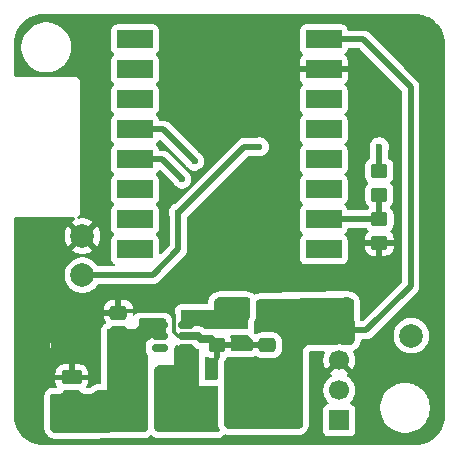
<source format=gbr>
%TF.GenerationSoftware,KiCad,Pcbnew,9.0.2*%
%TF.CreationDate,2025-08-08T22:11:24+08:00*%
%TF.ProjectId,lipo-chargable-espc3-weather-station,6c69706f-2d63-4686-9172-6761626c652d,rev?*%
%TF.SameCoordinates,Original*%
%TF.FileFunction,Copper,L1,Top*%
%TF.FilePolarity,Positive*%
%FSLAX46Y46*%
G04 Gerber Fmt 4.6, Leading zero omitted, Abs format (unit mm)*
G04 Created by KiCad (PCBNEW 9.0.2) date 2025-08-08 22:11:24*
%MOMM*%
%LPD*%
G01*
G04 APERTURE LIST*
G04 Aperture macros list*
%AMRoundRect*
0 Rectangle with rounded corners*
0 $1 Rounding radius*
0 $2 $3 $4 $5 $6 $7 $8 $9 X,Y pos of 4 corners*
0 Add a 4 corners polygon primitive as box body*
4,1,4,$2,$3,$4,$5,$6,$7,$8,$9,$2,$3,0*
0 Add four circle primitives for the rounded corners*
1,1,$1+$1,$2,$3*
1,1,$1+$1,$4,$5*
1,1,$1+$1,$6,$7*
1,1,$1+$1,$8,$9*
0 Add four rect primitives between the rounded corners*
20,1,$1+$1,$2,$3,$4,$5,0*
20,1,$1+$1,$4,$5,$6,$7,0*
20,1,$1+$1,$6,$7,$8,$9,0*
20,1,$1+$1,$8,$9,$2,$3,0*%
G04 Aperture macros list end*
%TA.AperFunction,SMDPad,CuDef*%
%ADD10C,2.000000*%
%TD*%
%TA.AperFunction,SMDPad,CuDef*%
%ADD11RoundRect,0.210000X-0.490000X-1.540000X0.490000X-1.540000X0.490000X1.540000X-0.490000X1.540000X0*%
%TD*%
%TA.AperFunction,ComponentPad*%
%ADD12RoundRect,0.250000X-0.625000X0.350000X-0.625000X-0.350000X0.625000X-0.350000X0.625000X0.350000X0*%
%TD*%
%TA.AperFunction,ComponentPad*%
%ADD13O,1.750000X1.200000*%
%TD*%
%TA.AperFunction,SMDPad,CuDef*%
%ADD14R,3.025000X1.524000*%
%TD*%
%TA.AperFunction,SMDPad,CuDef*%
%ADD15RoundRect,0.250000X0.475000X-0.337500X0.475000X0.337500X-0.475000X0.337500X-0.475000X-0.337500X0*%
%TD*%
%TA.AperFunction,SMDPad,CuDef*%
%ADD16RoundRect,0.250000X-0.450000X0.350000X-0.450000X-0.350000X0.450000X-0.350000X0.450000X0.350000X0*%
%TD*%
%TA.AperFunction,SMDPad,CuDef*%
%ADD17RoundRect,0.250000X0.350000X0.450000X-0.350000X0.450000X-0.350000X-0.450000X0.350000X-0.450000X0*%
%TD*%
%TA.AperFunction,SMDPad,CuDef*%
%ADD18RoundRect,0.150000X0.512500X0.150000X-0.512500X0.150000X-0.512500X-0.150000X0.512500X-0.150000X0*%
%TD*%
%TA.AperFunction,ComponentPad*%
%ADD19R,1.700000X1.700000*%
%TD*%
%TA.AperFunction,ComponentPad*%
%ADD20C,1.700000*%
%TD*%
%TA.AperFunction,SMDPad,CuDef*%
%ADD21RoundRect,0.225000X0.225000X0.375000X-0.225000X0.375000X-0.225000X-0.375000X0.225000X-0.375000X0*%
%TD*%
%TA.AperFunction,ViaPad*%
%ADD22C,0.600000*%
%TD*%
%TA.AperFunction,Conductor*%
%ADD23C,0.500000*%
%TD*%
%TA.AperFunction,Conductor*%
%ADD24C,0.700000*%
%TD*%
%TA.AperFunction,Conductor*%
%ADD25C,0.330000*%
%TD*%
G04 APERTURE END LIST*
D10*
%TO.P,TP3,1,1*%
%TO.N,5V_boost*%
X169011600Y-108356400D03*
%TD*%
%TO.P,TP2,1,1*%
%TO.N,B-*%
X141173200Y-99923600D03*
%TD*%
%TO.P,TP1,1,1*%
%TO.N,B+*%
X141173200Y-103225600D03*
%TD*%
D11*
%TO.P,L1,1*%
%TO.N,B+*%
X145664400Y-113893600D03*
%TO.P,L1,2*%
%TO.N,Net-(D1-A)*%
X148264400Y-113893600D03*
%TD*%
D12*
%TO.P,J1,1,Pin_1*%
%TO.N,B-*%
X140258799Y-111893599D03*
D13*
%TO.P,J1,2,Pin_2*%
%TO.N,B+*%
X140258799Y-113893599D03*
%TD*%
D14*
%TO.P,U2,0,GPIO0*%
%TO.N,unconnected-(U2-GPIO0-Pad0)*%
X161604200Y-101047200D03*
%TO.P,U2,1,GPIO1*%
%TO.N,ADC_IN*%
X161604200Y-98507200D03*
%TO.P,U2,2,GPIO2*%
%TO.N,unconnected-(U2-GPIO2-Pad2)*%
X161604200Y-95967200D03*
%TO.P,U2,3,GPIO3*%
%TO.N,unconnected-(U2-GPIO3-Pad3)*%
X161604200Y-93427200D03*
%TO.P,U2,3.3,3V3*%
%TO.N,unconnected-(U2-3V3-Pad3.3)*%
X161604200Y-88347200D03*
%TO.P,U2,4,GPIO4*%
%TO.N,unconnected-(U2-GPIO4-Pad4)*%
X161604200Y-90887200D03*
%TO.P,U2,5,GPIO5*%
%TO.N,unconnected-(U2-GPIO5-Pad5)*%
X145634200Y-83267200D03*
%TO.P,U2,5V,5V*%
%TO.N,5V_boost*%
X161604200Y-83267200D03*
%TO.P,U2,6,GPIO6*%
%TO.N,unconnected-(U2-GPIO6-Pad6)*%
X145634200Y-85807200D03*
%TO.P,U2,7,GPIO7*%
%TO.N,unconnected-(U2-GPIO7-Pad7)*%
X145634200Y-88347200D03*
%TO.P,U2,8,GPIO8*%
%TO.N,SDA*%
X145634200Y-90887200D03*
%TO.P,U2,9,GPIO9*%
%TO.N,SCL*%
X145634200Y-93427200D03*
%TO.P,U2,10,GPIO10*%
%TO.N,unconnected-(U2-GPIO10-Pad10)*%
X145634200Y-95967200D03*
%TO.P,U2,20,GPIO20*%
%TO.N,unconnected-(U2-GPIO20-Pad20)*%
X145634200Y-98507200D03*
%TO.P,U2,21,GPIO21*%
%TO.N,unconnected-(U2-GPIO21-Pad21)*%
X145634200Y-101047200D03*
%TO.P,U2,G,GND*%
%TO.N,B-*%
X161604200Y-85807200D03*
%TD*%
D15*
%TO.P,C1,1*%
%TO.N,B+*%
X144221200Y-108479500D03*
%TO.P,C1,2*%
%TO.N,B-*%
X144221200Y-106404500D03*
%TD*%
D16*
%TO.P,R3,1*%
%TO.N,B+*%
X166303000Y-94405002D03*
%TO.P,R3,2*%
%TO.N,ADC_IN*%
X166303000Y-96405002D03*
%TD*%
D17*
%TO.P,R1,1*%
%TO.N,5V_boost*%
X156752800Y-106222800D03*
%TO.P,R1,2*%
%TO.N,Net-(U1-FB)*%
X154752800Y-106222800D03*
%TD*%
D16*
%TO.P,R4,1*%
%TO.N,ADC_IN*%
X166319200Y-98501201D03*
%TO.P,R4,2*%
%TO.N,B-*%
X166319200Y-100501201D03*
%TD*%
%TO.P,R2,1*%
%TO.N,Net-(U1-FB)*%
X152552400Y-107153200D03*
%TO.P,R2,2*%
%TO.N,B-*%
X152552400Y-109153200D03*
%TD*%
D18*
%TO.P,U1,1,SW*%
%TO.N,Net-(D1-A)*%
X149981500Y-109357200D03*
%TO.P,U1,2,GND*%
%TO.N,B-*%
X149981500Y-108407200D03*
%TO.P,U1,3,FB*%
%TO.N,Net-(U1-FB)*%
X149981500Y-107457200D03*
%TO.P,U1,4,EN*%
%TO.N,B+*%
X147706500Y-107457200D03*
%TO.P,U1,5,IN*%
X147706500Y-108407200D03*
%TO.P,U1,6,NC*%
%TO.N,unconnected-(U1-NC-Pad6)*%
X147706500Y-109357200D03*
%TD*%
D19*
%TO.P,J2,1,Pin_1*%
%TO.N,SCL*%
X162915600Y-115519200D03*
D20*
%TO.P,J2,2,Pin_2*%
%TO.N,SDA*%
X162915600Y-112979200D03*
%TO.P,J2,3,Pin_3*%
%TO.N,B-*%
X162915600Y-110439200D03*
%TO.P,J2,4,Pin_4*%
%TO.N,5V_boost*%
X162915600Y-107899200D03*
%TD*%
D21*
%TO.P,D1,1,K*%
%TO.N,5V_boost*%
X154862800Y-114858800D03*
%TO.P,D1,2,A*%
%TO.N,Net-(D1-A)*%
X151562800Y-114858800D03*
%TD*%
D15*
%TO.P,C2,1*%
%TO.N,5V_boost*%
X156819600Y-111244200D03*
%TO.P,C2,2*%
%TO.N,B-*%
X156819600Y-109169200D03*
%TD*%
D22*
%TO.N,B+*%
X146100800Y-108051600D03*
X149301200Y-97942400D03*
%TO.N,B-*%
X151993600Y-111302800D03*
X151993600Y-110591600D03*
X154940000Y-108661200D03*
X154127200Y-109321600D03*
X155143200Y-109372400D03*
X154228800Y-108661200D03*
X142240000Y-106680000D03*
X142240000Y-105816400D03*
X141478000Y-107289600D03*
X139903200Y-108559600D03*
%TO.N,B+*%
X156159200Y-92354400D03*
X166319200Y-92354400D03*
%TO.N,B-*%
X140817600Y-108153200D03*
X139852400Y-107696000D03*
X139090400Y-108153200D03*
X139039600Y-106883200D03*
X140462000Y-107137200D03*
X138938000Y-105714800D03*
X141274800Y-106375200D03*
X140258800Y-105816400D03*
X139750800Y-106476800D03*
X158394400Y-85902800D03*
X159054800Y-87782400D03*
X157429200Y-87680800D03*
X165201600Y-85496400D03*
X164896800Y-86309200D03*
X167132000Y-101752400D03*
X164896800Y-101854000D03*
X165049200Y-88036400D03*
X165760400Y-86106000D03*
X158292800Y-86868000D03*
X157480000Y-85750400D03*
X166928800Y-87579200D03*
X164033200Y-84480400D03*
X159105600Y-85547200D03*
X164185600Y-87071200D03*
X164439600Y-100380800D03*
X164693600Y-101041200D03*
X157530800Y-85039200D03*
X159054800Y-86207600D03*
X157429200Y-86817200D03*
X166776400Y-86664800D03*
X158292800Y-87731600D03*
X165963600Y-87630000D03*
X164084000Y-87884000D03*
X158292800Y-84988400D03*
X166014400Y-86817200D03*
X164947600Y-87122000D03*
X164388800Y-85445600D03*
X159105600Y-84886800D03*
X163982400Y-86309200D03*
X164388800Y-88747600D03*
X159105600Y-86969600D03*
X165658800Y-88696800D03*
X166370000Y-88341200D03*
X166319200Y-102057200D03*
X165608000Y-102260400D03*
%TO.N,SCL*%
X149606000Y-95097600D03*
%TO.N,SDA*%
X150672800Y-93573600D03*
%TD*%
D23*
%TO.N,B+*%
X149301200Y-101041200D02*
X149301200Y-97942400D01*
X147116800Y-103225600D02*
X149301200Y-101041200D01*
X141173200Y-103225600D02*
X147116800Y-103225600D01*
X149301200Y-97942400D02*
X154889200Y-92354400D01*
D24*
%TO.N,B-*%
X152060399Y-108661200D02*
X152552400Y-109153201D01*
X150977600Y-108407200D02*
X151231600Y-108661200D01*
X149981500Y-108407200D02*
X150977600Y-108407200D01*
X151231600Y-108661200D02*
X152060399Y-108661200D01*
D23*
%TO.N,5V_boost*%
X161137600Y-107899200D02*
X162915600Y-107899200D01*
X157792600Y-111244200D02*
X161137600Y-107899200D01*
X156819600Y-111244200D02*
X157792600Y-111244200D01*
D25*
%TO.N,B-*%
X148488400Y-106222800D02*
X144402900Y-106222800D01*
X148894800Y-108022969D02*
X148894800Y-106629200D01*
X149279031Y-108407200D02*
X148894800Y-108022969D01*
X144402900Y-106222800D02*
X144221200Y-106404500D01*
X149981500Y-108407200D02*
X149279031Y-108407200D01*
X148894800Y-106629200D02*
X148488400Y-106222800D01*
D23*
%TO.N,B+*%
X154889200Y-92354400D02*
X156159200Y-92354400D01*
X166303000Y-92370600D02*
X166319200Y-92354400D01*
X166303000Y-94405002D02*
X166303000Y-92370600D01*
%TO.N,5V_boost*%
X165201600Y-107899200D02*
X162915600Y-107899200D01*
X168950600Y-104150200D02*
X165201600Y-107899200D01*
X168950600Y-87264200D02*
X168950600Y-104150200D01*
X164953600Y-83267200D02*
X168950600Y-87264200D01*
X161604200Y-83267200D02*
X164953600Y-83267200D01*
%TO.N,SCL*%
X145634200Y-93427200D02*
X147935600Y-93427200D01*
X147935600Y-93427200D02*
X149606000Y-95097600D01*
%TO.N,SDA*%
X147986400Y-90887200D02*
X145634200Y-90887200D01*
X150672800Y-93573600D02*
X147986400Y-90887200D01*
%TO.N,ADC_IN*%
X166303000Y-98485000D02*
X166319200Y-98501200D01*
X161610200Y-98501200D02*
X161604200Y-98507200D01*
X166319200Y-98501200D02*
X161610200Y-98501200D01*
X166303000Y-96405003D02*
X166303000Y-98485000D01*
%TD*%
%TA.AperFunction,Conductor*%
%TO.N,B-*%
G36*
X143127498Y-107305648D02*
G01*
X143077569Y-107348731D01*
X143057412Y-107358289D01*
X143057408Y-107358291D01*
X143057403Y-107358294D01*
X142999183Y-107396902D01*
X142999179Y-107396904D01*
X142891816Y-107492664D01*
X142891813Y-107492668D01*
X142815769Y-107614809D01*
X142815767Y-107614812D01*
X142788224Y-107677484D01*
X142787737Y-107678557D01*
X142787654Y-107678783D01*
X142757408Y-107787551D01*
X142749106Y-107817404D01*
X142749105Y-107817409D01*
X142742245Y-107870515D01*
X142739080Y-107903492D01*
X142738060Y-107919682D01*
X142737063Y-107952799D01*
X142748819Y-112351260D01*
X142729313Y-112418351D01*
X142676632Y-112464247D01*
X142625191Y-112475590D01*
X142367450Y-112476363D01*
X142367443Y-112476364D01*
X142225787Y-112497061D01*
X142159113Y-112516752D01*
X142159104Y-112516755D01*
X142028930Y-112576338D01*
X141934346Y-112658320D01*
X141934344Y-112658321D01*
X141932735Y-112659714D01*
X141932667Y-112659759D01*
X141932609Y-112659824D01*
X141930822Y-112661372D01*
X141926601Y-112665031D01*
X141926602Y-112665031D01*
X141920210Y-112670571D01*
X141912672Y-112679273D01*
X141908015Y-112682266D01*
X141863586Y-112733536D01*
X141833600Y-112752804D01*
X141833600Y-107289600D01*
X143132535Y-107289600D01*
X143127498Y-107305648D01*
G37*
%TD.AperFunction*%
%TA.AperFunction,Conductor*%
G36*
X155211982Y-108305934D02*
G01*
X155264240Y-108352312D01*
X155266798Y-108357062D01*
X155345315Y-108484362D01*
X155345319Y-108484367D01*
X155345320Y-108484368D01*
X155390089Y-108538011D01*
X155390090Y-108538012D01*
X155497063Y-108634232D01*
X155522114Y-108646238D01*
X155525784Y-108647997D01*
X155577731Y-108694722D01*
X155596171Y-108762114D01*
X155595550Y-108772420D01*
X155594600Y-108781711D01*
X155594600Y-108919200D01*
X156695600Y-108919200D01*
X156762639Y-108938885D01*
X156808394Y-108991689D01*
X156819600Y-109043200D01*
X156819600Y-109295200D01*
X156799915Y-109362239D01*
X156747111Y-109407994D01*
X156695600Y-109419200D01*
X155594601Y-109419200D01*
X155594601Y-109504900D01*
X155593195Y-109509685D01*
X155594224Y-109514567D01*
X155583447Y-109542883D01*
X155574916Y-109571939D01*
X155571147Y-109575204D01*
X155569373Y-109579867D01*
X155544998Y-109597863D01*
X155522112Y-109617694D01*
X155516082Y-109619211D01*
X155513163Y-109621367D01*
X155494154Y-109624731D01*
X155478626Y-109628640D01*
X155474617Y-109628900D01*
X155420040Y-109628900D01*
X155321453Y-109638607D01*
X155319762Y-109638943D01*
X155313628Y-109639341D01*
X155313480Y-109639307D01*
X155184233Y-109665017D01*
X155160042Y-109667400D01*
X155126356Y-109667400D01*
X155102165Y-109665017D01*
X155075409Y-109659695D01*
X154985755Y-109641861D01*
X154985755Y-109641862D01*
X154984124Y-109641537D01*
X154980444Y-109640702D01*
X154979896Y-109640696D01*
X154974317Y-109639587D01*
X154974315Y-109639586D01*
X154970147Y-109638757D01*
X154968004Y-109638618D01*
X154967976Y-109638905D01*
X154940669Y-109636216D01*
X154866360Y-109628900D01*
X153876400Y-109628900D01*
X153809361Y-109609215D01*
X153763606Y-109556411D01*
X153752400Y-109504900D01*
X153752400Y-109403200D01*
X152802400Y-109403200D01*
X152802400Y-110083303D01*
X152785893Y-110144923D01*
X152785921Y-110144938D01*
X152785857Y-110145056D01*
X152785796Y-110145287D01*
X152784966Y-110146723D01*
X152784963Y-110146729D01*
X152755720Y-110206031D01*
X152718266Y-110296453D01*
X152718262Y-110296464D01*
X152697008Y-110359075D01*
X152688630Y-110390344D01*
X152675730Y-110455200D01*
X152661887Y-110560349D01*
X152658644Y-110593267D01*
X152658644Y-110593273D01*
X152657583Y-110609458D01*
X152656839Y-110632193D01*
X152656500Y-110642539D01*
X152656500Y-111948052D01*
X152636815Y-112015091D01*
X152584011Y-112060846D01*
X152520346Y-112071455D01*
X152499939Y-112069445D01*
X152499933Y-112069444D01*
X152499927Y-112069444D01*
X152483743Y-112068383D01*
X152450674Y-112067300D01*
X152450660Y-112067300D01*
X151657900Y-112067300D01*
X151590861Y-112047615D01*
X151545106Y-111994811D01*
X151533900Y-111943300D01*
X151533900Y-110255914D01*
X151553585Y-110188875D01*
X151606389Y-110143120D01*
X151675547Y-110133176D01*
X151722998Y-110150376D01*
X151783273Y-110187555D01*
X151783280Y-110187558D01*
X151949702Y-110242705D01*
X151949709Y-110242706D01*
X152052419Y-110253199D01*
X152302399Y-110253199D01*
X152302400Y-110253198D01*
X152302400Y-109277200D01*
X152322085Y-109210161D01*
X152374889Y-109164406D01*
X152426400Y-109153200D01*
X152552400Y-109153200D01*
X152552400Y-109027200D01*
X152572085Y-108960161D01*
X152624889Y-108914406D01*
X152676400Y-108903200D01*
X153752399Y-108903200D01*
X153752399Y-108753228D01*
X153752398Y-108753213D01*
X153741905Y-108650502D01*
X153686758Y-108484081D01*
X153684625Y-108479506D01*
X153674133Y-108410428D01*
X153702652Y-108346644D01*
X153761128Y-108308404D01*
X153797007Y-108303100D01*
X155041460Y-108303100D01*
X155041474Y-108303100D01*
X155074543Y-108302017D01*
X155090727Y-108300956D01*
X155123641Y-108297714D01*
X155142947Y-108295172D01*
X155211982Y-108305934D01*
G37*
%TD.AperFunction*%
%TA.AperFunction,Conductor*%
G36*
X151189855Y-108160673D02*
G01*
X151202138Y-108159567D01*
X151235429Y-108171288D01*
X151243329Y-108175414D01*
X151281816Y-108203167D01*
X151398509Y-108256460D01*
X151401419Y-108257980D01*
X151424303Y-108280033D01*
X151448331Y-108300853D01*
X151449286Y-108304108D01*
X151451730Y-108306463D01*
X151459059Y-108337391D01*
X151468015Y-108367893D01*
X151467058Y-108371148D01*
X151467841Y-108374449D01*
X151449554Y-108432988D01*
X151418045Y-108484071D01*
X151418041Y-108484080D01*
X151368891Y-108632406D01*
X151329118Y-108689851D01*
X151264602Y-108716674D01*
X151195827Y-108704359D01*
X151160130Y-108677574D01*
X151141296Y-108657200D01*
X150875815Y-108657200D01*
X150812694Y-108639932D01*
X150754396Y-108605455D01*
X150754393Y-108605454D01*
X150596573Y-108559602D01*
X150596567Y-108559601D01*
X150559701Y-108556700D01*
X150559694Y-108556700D01*
X150105500Y-108556700D01*
X150096814Y-108554149D01*
X150087853Y-108555438D01*
X150063812Y-108544459D01*
X150038461Y-108537015D01*
X150032533Y-108530174D01*
X150024297Y-108526413D01*
X150010007Y-108504178D01*
X149992706Y-108484211D01*
X149990418Y-108473696D01*
X149986523Y-108467635D01*
X149981500Y-108432700D01*
X149981500Y-108381700D01*
X150001185Y-108314661D01*
X150053989Y-108268906D01*
X150105500Y-108257700D01*
X150559686Y-108257700D01*
X150559694Y-108257700D01*
X150596569Y-108254798D01*
X150596571Y-108254797D01*
X150596573Y-108254797D01*
X150653348Y-108238302D01*
X150754398Y-108208944D01*
X150812694Y-108174468D01*
X150875815Y-108157200D01*
X151178025Y-108157200D01*
X151189855Y-108160673D01*
G37*
%TD.AperFunction*%
%TA.AperFunction,Conductor*%
G36*
X169372935Y-81120326D02*
G01*
X169662996Y-81137871D01*
X169677857Y-81139675D01*
X169959997Y-81191380D01*
X169974534Y-81194963D01*
X170248371Y-81280295D01*
X170262363Y-81285600D01*
X170363882Y-81331290D01*
X170523935Y-81403324D01*
X170537194Y-81410283D01*
X170659926Y-81484477D01*
X170782664Y-81558675D01*
X170794976Y-81567173D01*
X171020773Y-81744073D01*
X171031981Y-81754003D01*
X171234795Y-81956818D01*
X171244725Y-81968026D01*
X171412795Y-82182551D01*
X171421622Y-82193817D01*
X171430128Y-82206140D01*
X171578516Y-82451604D01*
X171585475Y-82464863D01*
X171703197Y-82726431D01*
X171708506Y-82740432D01*
X171793835Y-83014263D01*
X171797419Y-83028801D01*
X171849123Y-83310940D01*
X171850928Y-83325805D01*
X171868473Y-83615846D01*
X171868699Y-83623333D01*
X171868699Y-115115849D01*
X171868473Y-115123336D01*
X171850927Y-115413394D01*
X171849122Y-115428259D01*
X171797418Y-115710397D01*
X171793834Y-115724935D01*
X171708503Y-115998774D01*
X171703193Y-116012776D01*
X171585476Y-116274330D01*
X171578518Y-116287587D01*
X171430127Y-116533058D01*
X171421621Y-116545382D01*
X171244725Y-116771173D01*
X171234795Y-116782381D01*
X171031980Y-116985195D01*
X171020772Y-116995125D01*
X170794981Y-117172022D01*
X170782658Y-117180528D01*
X170537195Y-117328915D01*
X170523936Y-117335874D01*
X170262367Y-117453596D01*
X170248366Y-117458905D01*
X169974535Y-117544234D01*
X169959997Y-117547818D01*
X169677859Y-117599522D01*
X169662994Y-117601327D01*
X169469901Y-117613007D01*
X169372911Y-117618874D01*
X169365439Y-117619100D01*
X137872951Y-117619100D01*
X137865464Y-117618874D01*
X137575405Y-117601328D01*
X137560540Y-117599523D01*
X137278401Y-117547819D01*
X137263863Y-117544235D01*
X136990032Y-117458906D01*
X136976031Y-117453597D01*
X136714463Y-117335875D01*
X136701204Y-117328916D01*
X136455740Y-117180528D01*
X136443417Y-117172022D01*
X136217626Y-116995125D01*
X136206418Y-116985195D01*
X136003603Y-116782381D01*
X135993673Y-116771173D01*
X135990770Y-116767467D01*
X135816773Y-116545376D01*
X135808275Y-116533064D01*
X135680267Y-116321314D01*
X135659883Y-116287594D01*
X135652924Y-116274335D01*
X135582839Y-116118612D01*
X135559464Y-116066674D01*
X137928646Y-116066674D01*
X137929480Y-116100033D01*
X137930429Y-116116364D01*
X137933462Y-116149576D01*
X137946705Y-116255787D01*
X137946706Y-116255792D01*
X137959311Y-116321303D01*
X137959315Y-116321317D01*
X137967586Y-116352899D01*
X137988703Y-116416163D01*
X137988714Y-116416191D01*
X138026082Y-116507565D01*
X138026087Y-116507577D01*
X138026090Y-116507583D01*
X138055374Y-116567551D01*
X138071609Y-116595885D01*
X138108515Y-116651444D01*
X138145238Y-116699515D01*
X138166039Y-116726744D01*
X138168459Y-116729911D01*
X138212364Y-116780133D01*
X138235434Y-116803248D01*
X138235442Y-116803255D01*
X138235444Y-116803257D01*
X138246537Y-116812993D01*
X138285580Y-116847258D01*
X138363935Y-116907356D01*
X138419448Y-116944384D01*
X138447757Y-116960675D01*
X138507649Y-116990062D01*
X138507654Y-116990064D01*
X138507658Y-116990066D01*
X138507657Y-116990066D01*
X138598968Y-117027612D01*
X138598971Y-117027613D01*
X138598976Y-117027615D01*
X138662215Y-117048859D01*
X138693791Y-117057193D01*
X138759277Y-117069924D01*
X138865442Y-117083370D01*
X138898654Y-117086467D01*
X138914989Y-117087448D01*
X138948374Y-117088348D01*
X146259236Y-117043770D01*
X146292165Y-117042495D01*
X146308281Y-117041344D01*
X146308287Y-117041343D01*
X146308292Y-117041343D01*
X146341033Y-117037929D01*
X146341039Y-117037928D01*
X146341050Y-117037927D01*
X146445731Y-117023550D01*
X146510265Y-117010355D01*
X146527638Y-117005605D01*
X146541352Y-117001856D01*
X146541357Y-117001854D01*
X146541369Y-117001851D01*
X146603636Y-116980378D01*
X146693544Y-116942654D01*
X146752487Y-116913270D01*
X146780347Y-116897034D01*
X146834976Y-116860230D01*
X146912119Y-116800599D01*
X146912157Y-116800564D01*
X146912611Y-116800191D01*
X146912689Y-116800157D01*
X146913717Y-116799363D01*
X146913922Y-116799628D01*
X146976822Y-116772647D01*
X147045732Y-116784191D01*
X147068330Y-116798657D01*
X147068457Y-116798493D01*
X147070061Y-116799724D01*
X147070067Y-116799729D01*
X147147718Y-116859313D01*
X147147733Y-116859323D01*
X147202672Y-116896034D01*
X147202688Y-116896044D01*
X147202696Y-116896049D01*
X147215828Y-116903631D01*
X147230718Y-116912228D01*
X147230722Y-116912230D01*
X147230729Y-116912234D01*
X147290035Y-116941480D01*
X147290040Y-116941482D01*
X147290044Y-116941484D01*
X147335248Y-116960208D01*
X147380462Y-116978936D01*
X147443074Y-117000190D01*
X147474341Y-117008568D01*
X147539191Y-117021468D01*
X147638270Y-117034512D01*
X147644341Y-117035312D01*
X147644357Y-117035314D01*
X147677274Y-117038556D01*
X147693459Y-117039617D01*
X147726526Y-117040700D01*
X147726540Y-117040700D01*
X152450660Y-117040700D01*
X152450674Y-117040700D01*
X152483743Y-117039617D01*
X152499927Y-117038556D01*
X152532842Y-117035314D01*
X152638008Y-117021468D01*
X152702858Y-117008568D01*
X152734125Y-117000190D01*
X152796737Y-116978936D01*
X152887164Y-116941480D01*
X152946470Y-116912234D01*
X152974503Y-116896049D01*
X153029480Y-116859314D01*
X153062793Y-116833752D01*
X153116735Y-116785875D01*
X153141393Y-116760623D01*
X153143423Y-116758220D01*
X153143428Y-116758225D01*
X153144114Y-116757515D01*
X153149859Y-116750603D01*
X153152620Y-116747335D01*
X153210923Y-116708836D01*
X153280787Y-116707968D01*
X153294778Y-116712806D01*
X153316724Y-116721896D01*
X153324064Y-116724937D01*
X153386665Y-116746187D01*
X153386674Y-116746190D01*
X153417941Y-116754568D01*
X153482791Y-116767468D01*
X153578964Y-116780130D01*
X153587941Y-116781312D01*
X153587957Y-116781314D01*
X153620874Y-116784556D01*
X153637059Y-116785617D01*
X153670126Y-116786700D01*
X153670140Y-116786700D01*
X159359460Y-116786700D01*
X159359474Y-116786700D01*
X159392543Y-116785617D01*
X159408727Y-116784556D01*
X159441642Y-116781314D01*
X159546808Y-116767468D01*
X159611658Y-116754568D01*
X159642925Y-116746190D01*
X159705537Y-116724936D01*
X159795964Y-116687480D01*
X159855270Y-116658234D01*
X159883303Y-116642049D01*
X159938280Y-116605314D01*
X160015930Y-116545731D01*
X160065643Y-116502133D01*
X160088533Y-116479243D01*
X160132131Y-116429530D01*
X160191714Y-116351880D01*
X160228449Y-116296903D01*
X160244634Y-116268870D01*
X160273880Y-116209564D01*
X160311336Y-116119137D01*
X160332590Y-116056525D01*
X160340968Y-116025258D01*
X160353868Y-115960409D01*
X160367714Y-115855245D01*
X160370956Y-115822325D01*
X160372017Y-115806139D01*
X160373100Y-115773074D01*
X160373100Y-109798700D01*
X160392785Y-109731661D01*
X160445589Y-109685906D01*
X160497100Y-109674700D01*
X161587642Y-109674700D01*
X161654681Y-109694385D01*
X161700436Y-109747189D01*
X161710380Y-109816347D01*
X161698127Y-109854995D01*
X161664504Y-109920982D01*
X161598842Y-110123069D01*
X161598842Y-110123072D01*
X161565600Y-110332953D01*
X161565600Y-110545446D01*
X161598842Y-110755327D01*
X161598842Y-110755330D01*
X161664504Y-110957417D01*
X161760975Y-111146750D01*
X161800328Y-111200916D01*
X162432636Y-110568607D01*
X162449675Y-110632193D01*
X162515501Y-110746207D01*
X162608593Y-110839299D01*
X162722607Y-110905125D01*
X162786190Y-110922162D01*
X162153882Y-111554469D01*
X162153882Y-111554470D01*
X162208052Y-111593826D01*
X162208051Y-111593826D01*
X162217095Y-111598434D01*
X162267892Y-111646408D01*
X162284687Y-111714229D01*
X162262150Y-111780364D01*
X162217099Y-111819402D01*
X162207782Y-111824149D01*
X162035813Y-111949090D01*
X161885490Y-112099413D01*
X161760551Y-112271379D01*
X161664044Y-112460785D01*
X161598353Y-112662960D01*
X161565100Y-112872913D01*
X161565100Y-113085486D01*
X161598144Y-113294121D01*
X161598354Y-113295443D01*
X161662257Y-113492116D01*
X161664044Y-113497614D01*
X161760551Y-113687020D01*
X161885490Y-113858986D01*
X161999030Y-113972526D01*
X162032515Y-114033849D01*
X162027531Y-114103541D01*
X161985659Y-114159474D01*
X161954683Y-114176389D01*
X161823269Y-114225403D01*
X161823264Y-114225406D01*
X161708055Y-114311652D01*
X161708052Y-114311655D01*
X161621806Y-114426864D01*
X161621802Y-114426871D01*
X161571508Y-114561717D01*
X161565101Y-114621316D01*
X161565101Y-114621323D01*
X161565100Y-114621335D01*
X161565100Y-116417070D01*
X161565101Y-116417076D01*
X161571508Y-116476683D01*
X161621802Y-116611528D01*
X161621806Y-116611535D01*
X161708052Y-116726744D01*
X161708055Y-116726747D01*
X161823264Y-116812993D01*
X161823271Y-116812997D01*
X161958117Y-116863291D01*
X161958116Y-116863291D01*
X161965044Y-116864035D01*
X162017727Y-116869700D01*
X163813472Y-116869699D01*
X163873083Y-116863291D01*
X164007931Y-116812996D01*
X164123146Y-116726746D01*
X164209396Y-116611531D01*
X164259691Y-116476683D01*
X164266100Y-116417073D01*
X164266099Y-114621328D01*
X164259691Y-114561717D01*
X164209396Y-114426869D01*
X164133835Y-114325932D01*
X166389099Y-114325932D01*
X166389099Y-114601267D01*
X166389100Y-114601284D01*
X166425037Y-114874255D01*
X166425038Y-114874260D01*
X166425039Y-114874266D01*
X166425040Y-114874268D01*
X166496303Y-115140230D01*
X166601674Y-115394617D01*
X166601679Y-115394628D01*
X166681408Y-115532721D01*
X166739350Y-115633079D01*
X166739352Y-115633082D01*
X166739353Y-115633083D01*
X166906969Y-115851526D01*
X166906975Y-115851533D01*
X167101665Y-116046223D01*
X167101672Y-116046229D01*
X167193064Y-116116356D01*
X167320120Y-116213849D01*
X167424885Y-116274335D01*
X167558570Y-116351519D01*
X167558575Y-116351521D01*
X167558578Y-116351523D01*
X167812967Y-116456895D01*
X168078933Y-116528160D01*
X168351925Y-116564100D01*
X168351932Y-116564100D01*
X168627266Y-116564100D01*
X168627273Y-116564100D01*
X168900265Y-116528160D01*
X169166231Y-116456895D01*
X169420620Y-116351523D01*
X169659078Y-116213849D01*
X169877527Y-116046228D01*
X170072227Y-115851528D01*
X170239848Y-115633079D01*
X170377522Y-115394621D01*
X170482894Y-115140232D01*
X170554159Y-114874266D01*
X170590099Y-114601274D01*
X170590099Y-114325926D01*
X170554159Y-114052934D01*
X170482894Y-113786968D01*
X170377522Y-113532579D01*
X170377520Y-113532576D01*
X170377518Y-113532571D01*
X170307083Y-113410575D01*
X170239848Y-113294121D01*
X170165775Y-113197587D01*
X170072228Y-113075673D01*
X170072222Y-113075666D01*
X169877532Y-112880976D01*
X169877525Y-112880970D01*
X169659082Y-112713354D01*
X169659081Y-112713353D01*
X169659078Y-112713351D01*
X169524940Y-112635906D01*
X169420627Y-112575680D01*
X169420616Y-112575675D01*
X169166229Y-112470304D01*
X169033248Y-112434672D01*
X168900265Y-112399040D01*
X168900259Y-112399039D01*
X168900254Y-112399038D01*
X168627283Y-112363101D01*
X168627278Y-112363100D01*
X168627273Y-112363100D01*
X168351925Y-112363100D01*
X168351919Y-112363100D01*
X168351914Y-112363101D01*
X168078943Y-112399038D01*
X168078936Y-112399039D01*
X168078933Y-112399040D01*
X168022724Y-112414100D01*
X167812968Y-112470304D01*
X167558581Y-112575675D01*
X167558570Y-112575680D01*
X167320115Y-112713354D01*
X167101672Y-112880970D01*
X167101665Y-112880976D01*
X166906975Y-113075666D01*
X166906969Y-113075673D01*
X166739353Y-113294116D01*
X166601679Y-113532571D01*
X166601674Y-113532582D01*
X166496303Y-113786969D01*
X166425040Y-114052931D01*
X166425037Y-114052944D01*
X166389100Y-114325915D01*
X166389099Y-114325932D01*
X164133835Y-114325932D01*
X164123146Y-114311654D01*
X164100309Y-114294558D01*
X164007935Y-114225406D01*
X164007928Y-114225402D01*
X163876517Y-114176389D01*
X163820583Y-114134518D01*
X163796166Y-114069053D01*
X163811018Y-114000780D01*
X163832163Y-113972532D01*
X163945704Y-113858992D01*
X164070651Y-113687016D01*
X164167157Y-113497612D01*
X164232846Y-113295443D01*
X164266100Y-113085487D01*
X164266100Y-112872913D01*
X164232846Y-112662957D01*
X164167157Y-112460788D01*
X164070651Y-112271384D01*
X164070649Y-112271381D01*
X164070648Y-112271379D01*
X163945709Y-112099413D01*
X163795386Y-111949090D01*
X163623417Y-111824149D01*
X163614104Y-111819404D01*
X163563307Y-111771430D01*
X163546512Y-111703609D01*
X163569049Y-111637474D01*
X163614107Y-111598432D01*
X163623155Y-111593822D01*
X163677316Y-111554470D01*
X163677317Y-111554470D01*
X163045008Y-110922162D01*
X163108593Y-110905125D01*
X163222607Y-110839299D01*
X163315699Y-110746207D01*
X163381525Y-110632193D01*
X163398562Y-110568609D01*
X164030870Y-111200917D01*
X164030870Y-111200916D01*
X164070222Y-111146754D01*
X164166695Y-110957417D01*
X164232357Y-110755330D01*
X164232357Y-110755327D01*
X164265600Y-110545446D01*
X164265600Y-110332953D01*
X164232357Y-110123072D01*
X164232357Y-110123069D01*
X164166695Y-109920982D01*
X164080723Y-109752253D01*
X164067827Y-109683584D01*
X164094103Y-109618843D01*
X164143398Y-109581546D01*
X164161631Y-109573927D01*
X164221290Y-109544236D01*
X164249477Y-109527806D01*
X164249483Y-109527802D01*
X164249491Y-109527797D01*
X164289315Y-109500917D01*
X164304724Y-109490517D01*
X164382672Y-109430059D01*
X164432536Y-109385821D01*
X164455463Y-109362605D01*
X164499065Y-109312201D01*
X164558545Y-109233502D01*
X164595132Y-109177808D01*
X164611209Y-109149419D01*
X164640160Y-109089381D01*
X164677054Y-108997895D01*
X164697850Y-108934579D01*
X164705966Y-108902978D01*
X164718254Y-108837468D01*
X164727680Y-108758922D01*
X164755213Y-108694708D01*
X164813093Y-108655571D01*
X164850797Y-108649700D01*
X165275520Y-108649700D01*
X165373062Y-108630296D01*
X165420513Y-108620858D01*
X165557095Y-108564284D01*
X165606329Y-108531386D01*
X165680016Y-108482152D01*
X165923866Y-108238302D01*
X167511100Y-108238302D01*
X167511100Y-108474497D01*
X167548046Y-108707768D01*
X167621033Y-108932396D01*
X167701018Y-109089373D01*
X167728257Y-109142833D01*
X167867083Y-109333910D01*
X168034090Y-109500917D01*
X168225167Y-109639743D01*
X168291615Y-109673600D01*
X168435603Y-109746966D01*
X168435605Y-109746966D01*
X168435608Y-109746968D01*
X168517419Y-109773550D01*
X168660231Y-109819953D01*
X168893503Y-109856900D01*
X168893508Y-109856900D01*
X169129697Y-109856900D01*
X169362968Y-109819953D01*
X169392723Y-109810285D01*
X169587592Y-109746968D01*
X169798033Y-109639743D01*
X169989110Y-109500917D01*
X170156117Y-109333910D01*
X170294943Y-109142833D01*
X170402168Y-108932392D01*
X170475153Y-108707768D01*
X170477219Y-108694722D01*
X170512100Y-108474497D01*
X170512100Y-108238302D01*
X170475153Y-108005031D01*
X170402166Y-107780403D01*
X170345602Y-107669391D01*
X170294943Y-107569967D01*
X170156117Y-107378890D01*
X169989110Y-107211883D01*
X169798033Y-107073057D01*
X169587596Y-106965833D01*
X169362968Y-106892846D01*
X169129697Y-106855900D01*
X169129692Y-106855900D01*
X168893508Y-106855900D01*
X168893503Y-106855900D01*
X168660231Y-106892846D01*
X168435603Y-106965833D01*
X168225166Y-107073057D01*
X168127967Y-107143677D01*
X168034090Y-107211883D01*
X168034088Y-107211885D01*
X168034087Y-107211885D01*
X167867085Y-107378887D01*
X167867085Y-107378888D01*
X167867083Y-107378890D01*
X167853996Y-107396903D01*
X167728257Y-107569966D01*
X167621033Y-107780403D01*
X167548046Y-108005031D01*
X167511100Y-108238302D01*
X165923866Y-108238302D01*
X169533552Y-104628615D01*
X169560805Y-104587827D01*
X169615684Y-104505695D01*
X169639118Y-104449120D01*
X169672259Y-104369112D01*
X169701100Y-104224117D01*
X169701100Y-104076282D01*
X169701100Y-87190282D01*
X169701100Y-87190279D01*
X169691377Y-87141404D01*
X169681373Y-87091109D01*
X169672259Y-87045288D01*
X169616726Y-86911221D01*
X169616013Y-86909196D01*
X169533554Y-86785788D01*
X169533553Y-86785787D01*
X169533551Y-86785784D01*
X169429016Y-86681249D01*
X168430812Y-85683045D01*
X165432021Y-82684252D01*
X165432014Y-82684246D01*
X165358329Y-82635012D01*
X165358329Y-82635013D01*
X165309091Y-82602113D01*
X165172517Y-82545543D01*
X165172507Y-82545540D01*
X165027520Y-82516700D01*
X165027518Y-82516700D01*
X163734966Y-82516700D01*
X163667927Y-82497015D01*
X163622172Y-82444211D01*
X163611676Y-82405950D01*
X163610791Y-82397716D01*
X163560497Y-82262871D01*
X163560493Y-82262864D01*
X163474247Y-82147655D01*
X163474244Y-82147652D01*
X163359035Y-82061406D01*
X163359028Y-82061402D01*
X163224182Y-82011108D01*
X163224183Y-82011108D01*
X163164583Y-82004701D01*
X163164581Y-82004700D01*
X163164573Y-82004700D01*
X163164564Y-82004700D01*
X160043829Y-82004700D01*
X160043823Y-82004701D01*
X159984216Y-82011108D01*
X159849371Y-82061402D01*
X159849364Y-82061406D01*
X159734155Y-82147652D01*
X159734152Y-82147655D01*
X159647906Y-82262864D01*
X159647902Y-82262871D01*
X159597608Y-82397717D01*
X159592610Y-82444211D01*
X159591201Y-82457323D01*
X159591200Y-82457335D01*
X159591200Y-84077070D01*
X159591201Y-84077076D01*
X159597608Y-84136683D01*
X159647902Y-84271528D01*
X159647906Y-84271535D01*
X159734152Y-84386744D01*
X159734155Y-84386747D01*
X159802948Y-84438246D01*
X159844819Y-84494180D01*
X159849803Y-84563871D01*
X159816317Y-84625194D01*
X159802949Y-84636778D01*
X159734509Y-84688012D01*
X159648349Y-84803106D01*
X159648345Y-84803113D01*
X159598103Y-84937820D01*
X159598101Y-84937827D01*
X159591700Y-84997355D01*
X159591700Y-85557200D01*
X163616700Y-85557200D01*
X163616700Y-84997372D01*
X163616699Y-84997355D01*
X163610298Y-84937827D01*
X163610296Y-84937820D01*
X163560054Y-84803113D01*
X163560050Y-84803106D01*
X163473890Y-84688013D01*
X163405451Y-84636779D01*
X163363580Y-84580845D01*
X163358596Y-84511153D01*
X163392081Y-84449830D01*
X163405442Y-84438252D01*
X163474246Y-84386746D01*
X163560496Y-84271531D01*
X163610791Y-84136683D01*
X163611677Y-84128444D01*
X163638415Y-84063893D01*
X163695808Y-84024045D01*
X163734966Y-84017700D01*
X164591370Y-84017700D01*
X164658409Y-84037385D01*
X164679051Y-84054019D01*
X168163781Y-87538748D01*
X168197266Y-87600071D01*
X168200100Y-87626429D01*
X168200100Y-103787970D01*
X168180415Y-103855009D01*
X168163781Y-103875651D01*
X164927051Y-107112381D01*
X164900123Y-107127084D01*
X164874305Y-107143677D01*
X164868104Y-107144568D01*
X164865728Y-107145866D01*
X164839370Y-107148700D01*
X164839143Y-107148700D01*
X164772104Y-107129015D01*
X164726349Y-107076211D01*
X164715153Y-107026250D01*
X164715048Y-107017873D01*
X164697459Y-105610707D01*
X164695951Y-105577505D01*
X164694677Y-105561259D01*
X164690991Y-105528230D01*
X164675697Y-105422769D01*
X164661866Y-105357804D01*
X164653019Y-105326509D01*
X164630781Y-105263897D01*
X164591851Y-105173598D01*
X164561600Y-105114456D01*
X164544920Y-105086538D01*
X164544918Y-105086535D01*
X164544915Y-105086530D01*
X164507187Y-105031890D01*
X164507179Y-105031880D01*
X164507174Y-105031872D01*
X164507160Y-105031854D01*
X164446117Y-104954813D01*
X164446098Y-104954791D01*
X164401510Y-104905549D01*
X164401506Y-104905545D01*
X164378151Y-104882934D01*
X164378147Y-104882931D01*
X164327493Y-104839965D01*
X164327487Y-104839960D01*
X164248504Y-104781436D01*
X164248468Y-104781410D01*
X164192636Y-104745471D01*
X164192608Y-104745454D01*
X164164189Y-104729700D01*
X164164182Y-104729696D01*
X164149834Y-104722934D01*
X164104088Y-104701375D01*
X164086333Y-104694393D01*
X164012572Y-104665386D01*
X163949274Y-104645186D01*
X163924231Y-104638975D01*
X163917725Y-104637361D01*
X163917724Y-104637360D01*
X163917721Y-104637360D01*
X163852333Y-104625637D01*
X163746427Y-104613765D01*
X163713322Y-104611151D01*
X163697043Y-104610403D01*
X163663825Y-104609970D01*
X156237268Y-104757571D01*
X156198386Y-104759844D01*
X156179453Y-104761685D01*
X156179444Y-104761686D01*
X156179436Y-104761687D01*
X156140870Y-104766942D01*
X156140853Y-104766945D01*
X156018139Y-104788506D01*
X156018113Y-104788511D01*
X155942784Y-104807821D01*
X155906764Y-104820076D01*
X155906761Y-104820077D01*
X155835265Y-104850726D01*
X155820792Y-104858298D01*
X155752265Y-104871931D01*
X155687246Y-104846351D01*
X155674594Y-104835054D01*
X155626728Y-104786034D01*
X155626727Y-104786033D01*
X155626726Y-104786032D01*
X155620737Y-104781436D01*
X155620282Y-104781087D01*
X155565329Y-104744367D01*
X155565301Y-104744350D01*
X155537269Y-104728165D01*
X155508011Y-104713736D01*
X155477960Y-104698917D01*
X155477946Y-104698911D01*
X155477937Y-104698907D01*
X155387545Y-104661465D01*
X155387531Y-104661460D01*
X155324941Y-104640214D01*
X155324917Y-104640207D01*
X155293658Y-104631831D01*
X155260778Y-104625291D01*
X155228804Y-104618931D01*
X155228801Y-104618930D01*
X155228798Y-104618930D01*
X155123649Y-104605087D01*
X155123643Y-104605086D01*
X155123640Y-104605086D01*
X155117483Y-104604479D01*
X155090731Y-104601844D01*
X155074542Y-104600783D01*
X155072336Y-104600710D01*
X155041474Y-104599700D01*
X152806526Y-104599700D01*
X152773459Y-104600783D01*
X152757258Y-104601845D01*
X152724357Y-104605085D01*
X152619203Y-104618929D01*
X152619201Y-104618929D01*
X152619196Y-104618930D01*
X152554352Y-104631828D01*
X152554347Y-104631829D01*
X152523092Y-104640203D01*
X152523084Y-104640205D01*
X152460476Y-104661456D01*
X152460452Y-104661465D01*
X152370066Y-104698903D01*
X152370030Y-104698920D01*
X152310724Y-104728166D01*
X152282696Y-104744349D01*
X152227725Y-104781079D01*
X152227697Y-104781100D01*
X152150066Y-104840669D01*
X152100337Y-104884282D01*
X152077482Y-104907137D01*
X152033869Y-104956866D01*
X151974300Y-105034497D01*
X151974279Y-105034525D01*
X151937549Y-105089496D01*
X151921371Y-105117516D01*
X151921356Y-105117545D01*
X151892119Y-105176831D01*
X151854662Y-105267262D01*
X151854656Y-105267278D01*
X151833414Y-105329856D01*
X151833407Y-105329880D01*
X151825033Y-105361131D01*
X151825031Y-105361138D01*
X151812131Y-105425989D01*
X151812129Y-105425999D01*
X151798284Y-105531160D01*
X151795972Y-105554651D01*
X151769813Y-105619439D01*
X151712780Y-105659799D01*
X151672569Y-105666500D01*
X149656926Y-105666500D01*
X149623859Y-105667583D01*
X149607658Y-105668645D01*
X149574756Y-105671885D01*
X149531559Y-105677571D01*
X149531528Y-105677575D01*
X149531528Y-105677576D01*
X149501814Y-105682392D01*
X149487336Y-105685183D01*
X149487326Y-105685185D01*
X149487296Y-105685191D01*
X149486094Y-105685459D01*
X149486095Y-105685460D01*
X149474497Y-105688055D01*
X149474495Y-105688054D01*
X149474491Y-105688056D01*
X149458104Y-105691721D01*
X149458098Y-105691723D01*
X149456476Y-105692395D01*
X149442590Y-105697199D01*
X149426873Y-105701612D01*
X149426858Y-105701617D01*
X149359029Y-105726001D01*
X149359025Y-105726003D01*
X149333687Y-105741863D01*
X149328630Y-105744696D01*
X149318038Y-105750982D01*
X149318019Y-105750994D01*
X149280472Y-105773262D01*
X149280339Y-105773352D01*
X149264979Y-105782467D01*
X149253581Y-105791650D01*
X149249549Y-105794408D01*
X149248927Y-105794610D01*
X149245363Y-105797148D01*
X149237077Y-105802335D01*
X149237067Y-105802343D01*
X149230918Y-105807544D01*
X149230904Y-105807549D01*
X149192224Y-105840273D01*
X149191728Y-105840699D01*
X149191725Y-105840696D01*
X149183685Y-105847498D01*
X149183191Y-105848053D01*
X149179596Y-105851151D01*
X149179253Y-105851306D01*
X149176287Y-105853936D01*
X149152980Y-105872718D01*
X149152978Y-105872720D01*
X149127268Y-105909745D01*
X149118161Y-105921326D01*
X149088216Y-105955067D01*
X149088210Y-105955076D01*
X149075452Y-105982152D01*
X149072566Y-105987595D01*
X149062909Y-106006888D01*
X149062908Y-106006892D01*
X149045306Y-106042052D01*
X149045284Y-106042105D01*
X149039619Y-106053424D01*
X149035203Y-106066687D01*
X149033602Y-106070593D01*
X149033139Y-106071170D01*
X149031050Y-106076390D01*
X149026887Y-106085225D01*
X149024518Y-106092951D01*
X149024507Y-106092967D01*
X149010807Y-106137665D01*
X149009504Y-106142029D01*
X149009474Y-106142020D01*
X149006388Y-106152089D01*
X149006263Y-106152884D01*
X149004868Y-106157561D01*
X149004663Y-106157875D01*
X149003649Y-106161489D01*
X148994197Y-106189885D01*
X148992583Y-106234963D01*
X148991183Y-106249621D01*
X148984234Y-106294202D01*
X148988141Y-106323887D01*
X148988649Y-106329934D01*
X148990044Y-106342909D01*
X148990044Y-106342914D01*
X148995167Y-106390598D01*
X148995176Y-106390647D01*
X148996522Y-106403168D01*
X148996524Y-106403179D01*
X148999982Y-106416730D01*
X149000743Y-106420856D01*
X149000666Y-106421594D01*
X149001735Y-106427137D01*
X149003014Y-106436851D01*
X149003014Y-106436852D01*
X149022014Y-106504527D01*
X149022121Y-106504777D01*
X149023543Y-106509038D01*
X149032107Y-106542590D01*
X149045652Y-106575293D01*
X149047040Y-106579450D01*
X149047118Y-106581601D01*
X149051033Y-106594505D01*
X149052416Y-106601456D01*
X149054800Y-106625653D01*
X149054800Y-106750091D01*
X149035115Y-106817130D01*
X149018481Y-106837772D01*
X148950923Y-106905329D01*
X148950914Y-106905340D01*
X148950729Y-106905655D01*
X148950609Y-106905766D01*
X148950569Y-106905925D01*
X148950185Y-106906281D01*
X148946139Y-106911498D01*
X148945283Y-106910834D01*
X148924950Y-106929722D01*
X148899657Y-106953336D01*
X148899497Y-106953364D01*
X148899377Y-106953477D01*
X148865081Y-106959623D01*
X148830915Y-106965837D01*
X148830763Y-106965774D01*
X148830604Y-106965803D01*
X148798683Y-106952538D01*
X148766327Y-106939188D01*
X148766181Y-106939032D01*
X148766083Y-106938991D01*
X148765301Y-106938086D01*
X148742063Y-106913132D01*
X148739525Y-106909467D01*
X148737081Y-106905335D01*
X148735720Y-106903974D01*
X148731261Y-106897536D01*
X148727747Y-106886940D01*
X148713474Y-106856379D01*
X148712919Y-106856532D01*
X148712040Y-106853330D01*
X148677916Y-106750802D01*
X148677913Y-106750796D01*
X148632554Y-106680217D01*
X148600125Y-106629757D01*
X148600120Y-106629751D01*
X148554376Y-106576959D01*
X148554372Y-106576956D01*
X148554370Y-106576953D01*
X148445636Y-106482733D01*
X148445633Y-106482731D01*
X148445631Y-106482730D01*
X148314765Y-106422964D01*
X148314760Y-106422962D01*
X148314759Y-106422962D01*
X148247720Y-106403277D01*
X148247722Y-106403277D01*
X148247717Y-106403276D01*
X148200244Y-106396450D01*
X148105300Y-106382800D01*
X146083174Y-106382800D01*
X146083170Y-106382800D01*
X146083161Y-106382801D01*
X145944195Y-106402281D01*
X145944188Y-106402282D01*
X145944187Y-106402283D01*
X145878628Y-106421031D01*
X145878622Y-106421033D01*
X145878621Y-106421034D01*
X145750357Y-106477975D01*
X145750349Y-106477979D01*
X145737092Y-106486237D01*
X145737087Y-106486241D01*
X145678729Y-106528653D01*
X145651757Y-106551365D01*
X145651749Y-106551372D01*
X145600069Y-106601605D01*
X145595827Y-106606720D01*
X145594362Y-106605504D01*
X145547959Y-106644552D01*
X145497562Y-106651055D01*
X145497562Y-106654500D01*
X145440400Y-106654500D01*
X145440400Y-106154500D01*
X145446199Y-106154500D01*
X145446199Y-106017028D01*
X145446198Y-106017013D01*
X145440400Y-105960259D01*
X145440400Y-105105200D01*
X138480800Y-105206800D01*
X138458799Y-112793600D01*
X138585840Y-112792937D01*
X138514069Y-112798440D01*
X138514054Y-112798441D01*
X138514050Y-112798442D01*
X138514044Y-112798442D01*
X138514043Y-112798443D01*
X138479191Y-112803632D01*
X138408902Y-112819284D01*
X138278313Y-112879680D01*
X138278311Y-112879681D01*
X138221549Y-112916545D01*
X138220162Y-112917411D01*
X138219707Y-112917741D01*
X138111427Y-113012481D01*
X138111425Y-113012483D01*
X138034221Y-113133895D01*
X138034220Y-113133897D01*
X138005502Y-113197587D01*
X138005501Y-113197591D01*
X137965632Y-113335823D01*
X137965630Y-113335833D01*
X137955250Y-113410575D01*
X137951793Y-113443219D01*
X137950618Y-113459270D01*
X137949285Y-113492116D01*
X137928646Y-116066674D01*
X135559464Y-116066674D01*
X135535200Y-116012763D01*
X135529893Y-115998766D01*
X135521296Y-115971178D01*
X135444563Y-115724934D01*
X135440980Y-115710397D01*
X135413366Y-115559711D01*
X135389275Y-115428257D01*
X135387471Y-115413394D01*
X135386336Y-115394628D01*
X135374660Y-115201609D01*
X135374945Y-115193627D01*
X135374500Y-115193627D01*
X135374500Y-103107502D01*
X139672700Y-103107502D01*
X139672700Y-103343697D01*
X139709646Y-103576968D01*
X139782633Y-103801596D01*
X139856853Y-103947259D01*
X139889857Y-104012033D01*
X140028683Y-104203110D01*
X140195690Y-104370117D01*
X140386767Y-104508943D01*
X140486191Y-104559602D01*
X140597203Y-104616166D01*
X140597205Y-104616166D01*
X140597208Y-104616168D01*
X140671214Y-104640214D01*
X140821831Y-104689153D01*
X141055103Y-104726100D01*
X141055108Y-104726100D01*
X141291297Y-104726100D01*
X141524568Y-104689153D01*
X141749192Y-104616168D01*
X141959633Y-104508943D01*
X142150710Y-104370117D01*
X142317717Y-104203110D01*
X142445513Y-104027213D01*
X142500843Y-103984549D01*
X142545831Y-103976100D01*
X147190720Y-103976100D01*
X147288262Y-103956696D01*
X147335713Y-103947258D01*
X147472295Y-103890684D01*
X147521529Y-103857786D01*
X147525686Y-103855009D01*
X147545871Y-103841521D01*
X147595216Y-103808552D01*
X149884151Y-101519616D01*
X149966284Y-101396695D01*
X150022858Y-101260113D01*
X150033520Y-101206514D01*
X150051700Y-101115120D01*
X150051700Y-98304629D01*
X150071385Y-98237590D01*
X150088019Y-98216948D01*
X155163748Y-93141219D01*
X155225071Y-93107734D01*
X155251429Y-93104900D01*
X155854596Y-93104900D01*
X155902044Y-93114337D01*
X155925703Y-93124137D01*
X155925708Y-93124138D01*
X155925711Y-93124139D01*
X156080353Y-93154899D01*
X156080356Y-93154900D01*
X156080358Y-93154900D01*
X156238044Y-93154900D01*
X156238045Y-93154899D01*
X156392697Y-93124137D01*
X156538379Y-93063794D01*
X156669489Y-92976189D01*
X156780989Y-92864689D01*
X156868594Y-92733579D01*
X156928937Y-92587897D01*
X156959700Y-92433242D01*
X156959700Y-92275558D01*
X156959700Y-92275555D01*
X156959699Y-92275553D01*
X156928937Y-92120903D01*
X156881652Y-92006746D01*
X156868597Y-91975227D01*
X156868590Y-91975214D01*
X156780989Y-91844111D01*
X156780986Y-91844107D01*
X156669492Y-91732613D01*
X156669488Y-91732610D01*
X156538385Y-91645009D01*
X156538372Y-91645002D01*
X156392701Y-91584664D01*
X156392689Y-91584661D01*
X156238045Y-91553900D01*
X156238042Y-91553900D01*
X156080358Y-91553900D01*
X156080355Y-91553900D01*
X155925711Y-91584660D01*
X155925706Y-91584662D01*
X155925704Y-91584662D01*
X155925703Y-91584663D01*
X155902044Y-91594462D01*
X155854596Y-91603900D01*
X154815280Y-91603900D01*
X154670292Y-91632740D01*
X154670282Y-91632743D01*
X154533711Y-91689312D01*
X154533698Y-91689319D01*
X154410784Y-91771448D01*
X154410780Y-91771451D01*
X150420187Y-95762043D01*
X148985903Y-97196327D01*
X148945680Y-97223205D01*
X148922019Y-97233006D01*
X148922018Y-97233007D01*
X148790915Y-97320607D01*
X148790907Y-97320613D01*
X148679413Y-97432107D01*
X148679410Y-97432111D01*
X148591809Y-97563214D01*
X148591802Y-97563227D01*
X148531464Y-97708898D01*
X148531461Y-97708910D01*
X148500700Y-97863553D01*
X148500700Y-98021246D01*
X148531461Y-98175889D01*
X148531463Y-98175897D01*
X148541261Y-98199551D01*
X148550700Y-98247004D01*
X148550700Y-100678969D01*
X148531015Y-100746008D01*
X148514381Y-100766650D01*
X147858880Y-101422151D01*
X147797557Y-101455636D01*
X147727865Y-101450652D01*
X147671932Y-101408780D01*
X147647515Y-101343316D01*
X147647199Y-101334470D01*
X147647199Y-100237329D01*
X147647198Y-100237323D01*
X147647197Y-100237316D01*
X147640791Y-100177717D01*
X147612257Y-100101214D01*
X147590497Y-100042871D01*
X147590493Y-100042864D01*
X147504247Y-99927656D01*
X147504248Y-99927656D01*
X147504246Y-99927654D01*
X147435866Y-99876465D01*
X147393997Y-99820533D01*
X147389013Y-99750841D01*
X147422498Y-99689518D01*
X147435861Y-99677938D01*
X147504246Y-99626746D01*
X147590496Y-99511531D01*
X147640791Y-99376683D01*
X147647200Y-99317073D01*
X147647199Y-97697328D01*
X147640791Y-97637717D01*
X147613003Y-97563214D01*
X147590497Y-97502871D01*
X147590493Y-97502864D01*
X147533323Y-97426496D01*
X147504246Y-97387654D01*
X147435866Y-97336465D01*
X147393997Y-97280533D01*
X147389013Y-97210841D01*
X147422498Y-97149518D01*
X147435861Y-97137938D01*
X147504246Y-97086746D01*
X147590496Y-96971531D01*
X147640791Y-96836683D01*
X147647200Y-96777073D01*
X147647199Y-95157328D01*
X147640791Y-95097717D01*
X147632071Y-95074338D01*
X147590497Y-94962871D01*
X147590493Y-94962864D01*
X147516565Y-94864110D01*
X147504246Y-94847654D01*
X147435866Y-94796465D01*
X147393997Y-94740533D01*
X147389013Y-94670841D01*
X147422498Y-94609518D01*
X147435861Y-94597938D01*
X147504246Y-94546746D01*
X147590496Y-94431531D01*
X147601323Y-94402501D01*
X147643193Y-94346569D01*
X147708657Y-94322151D01*
X147776930Y-94337002D01*
X147805186Y-94358154D01*
X148859926Y-95412893D01*
X148886805Y-95453119D01*
X148896603Y-95476772D01*
X148896606Y-95476778D01*
X148896609Y-95476785D01*
X148984210Y-95607888D01*
X148984213Y-95607892D01*
X149095707Y-95719386D01*
X149095711Y-95719389D01*
X149226814Y-95806990D01*
X149226827Y-95806997D01*
X149372498Y-95867335D01*
X149372503Y-95867337D01*
X149527153Y-95898099D01*
X149527156Y-95898100D01*
X149527158Y-95898100D01*
X149684844Y-95898100D01*
X149684845Y-95898099D01*
X149839497Y-95867337D01*
X149985179Y-95806994D01*
X150116289Y-95719389D01*
X150227789Y-95607889D01*
X150315394Y-95476779D01*
X150321396Y-95462290D01*
X150345125Y-95405002D01*
X150375737Y-95331097D01*
X150406500Y-95176442D01*
X150406500Y-95018758D01*
X150406500Y-95018755D01*
X150406499Y-95018753D01*
X150384429Y-94907801D01*
X150375737Y-94864103D01*
X150375735Y-94864098D01*
X150315397Y-94718427D01*
X150315390Y-94718414D01*
X150227789Y-94587311D01*
X150227786Y-94587307D01*
X150116292Y-94475813D01*
X150116288Y-94475810D01*
X149985185Y-94388209D01*
X149985180Y-94388207D01*
X149985179Y-94388206D01*
X149961519Y-94378405D01*
X149921293Y-94351526D01*
X148414021Y-92844252D01*
X148414014Y-92844246D01*
X148340329Y-92795012D01*
X148340329Y-92795013D01*
X148291091Y-92762113D01*
X148154517Y-92705543D01*
X148154507Y-92705540D01*
X148009520Y-92676700D01*
X148009518Y-92676700D01*
X147764966Y-92676700D01*
X147697927Y-92657015D01*
X147652172Y-92604211D01*
X147641676Y-92565950D01*
X147640791Y-92557716D01*
X147590497Y-92422871D01*
X147590493Y-92422864D01*
X147504247Y-92307656D01*
X147504248Y-92307656D01*
X147504246Y-92307654D01*
X147435866Y-92256465D01*
X147393997Y-92200533D01*
X147389013Y-92130841D01*
X147422498Y-92069518D01*
X147435861Y-92057938D01*
X147504246Y-92006746D01*
X147590496Y-91891531D01*
X147590498Y-91891526D01*
X147615123Y-91825503D01*
X147656993Y-91769569D01*
X147722457Y-91745151D01*
X147790731Y-91760002D01*
X147818986Y-91781154D01*
X149926726Y-93888893D01*
X149953605Y-93929119D01*
X149963403Y-93952772D01*
X149963406Y-93952778D01*
X149963409Y-93952785D01*
X150051010Y-94083888D01*
X150051013Y-94083892D01*
X150162507Y-94195386D01*
X150162511Y-94195389D01*
X150293614Y-94282990D01*
X150293627Y-94282997D01*
X150388155Y-94322151D01*
X150439303Y-94343337D01*
X150568158Y-94368968D01*
X150593953Y-94374099D01*
X150593956Y-94374100D01*
X150593958Y-94374100D01*
X150751644Y-94374100D01*
X150751645Y-94374099D01*
X150906297Y-94343337D01*
X151051979Y-94282994D01*
X151183089Y-94195389D01*
X151294589Y-94083889D01*
X151382194Y-93952779D01*
X151442537Y-93807097D01*
X151473300Y-93652442D01*
X151473300Y-93494758D01*
X151473300Y-93494755D01*
X151473299Y-93494753D01*
X151442538Y-93340110D01*
X151442537Y-93340103D01*
X151442535Y-93340098D01*
X151382197Y-93194427D01*
X151382190Y-93194414D01*
X151294589Y-93063311D01*
X151294586Y-93063307D01*
X151183092Y-92951813D01*
X151183088Y-92951810D01*
X151051985Y-92864209D01*
X151051980Y-92864207D01*
X151051979Y-92864206D01*
X151028319Y-92854405D01*
X150988093Y-92827526D01*
X148464821Y-90304252D01*
X148464814Y-90304246D01*
X148391129Y-90255012D01*
X148391129Y-90255013D01*
X148341891Y-90222113D01*
X148205317Y-90165543D01*
X148205307Y-90165540D01*
X148060320Y-90136700D01*
X148060318Y-90136700D01*
X147764966Y-90136700D01*
X147697927Y-90117015D01*
X147652172Y-90064211D01*
X147641676Y-90025950D01*
X147640791Y-90017716D01*
X147590497Y-89882871D01*
X147590493Y-89882864D01*
X147504247Y-89767656D01*
X147504248Y-89767656D01*
X147504246Y-89767654D01*
X147435866Y-89716465D01*
X147393997Y-89660533D01*
X147389013Y-89590841D01*
X147422498Y-89529518D01*
X147435861Y-89517938D01*
X147504246Y-89466746D01*
X147590496Y-89351531D01*
X147640791Y-89216683D01*
X147647200Y-89157073D01*
X147647199Y-87537335D01*
X159591200Y-87537335D01*
X159591200Y-89157070D01*
X159591201Y-89157076D01*
X159597608Y-89216683D01*
X159647902Y-89351528D01*
X159647906Y-89351535D01*
X159734152Y-89466744D01*
X159734153Y-89466744D01*
X159734154Y-89466746D01*
X159783147Y-89503422D01*
X159802532Y-89517934D01*
X159844402Y-89573868D01*
X159849386Y-89643560D01*
X159815900Y-89704882D01*
X159802532Y-89716466D01*
X159734152Y-89767655D01*
X159647906Y-89882864D01*
X159647902Y-89882871D01*
X159597608Y-90017717D01*
X159592610Y-90064211D01*
X159591201Y-90077323D01*
X159591200Y-90077335D01*
X159591200Y-91697070D01*
X159591201Y-91697076D01*
X159597608Y-91756683D01*
X159647902Y-91891528D01*
X159647906Y-91891535D01*
X159734152Y-92006744D01*
X159734153Y-92006744D01*
X159734154Y-92006746D01*
X159783147Y-92043422D01*
X159802532Y-92057934D01*
X159844402Y-92113868D01*
X159849386Y-92183560D01*
X159815900Y-92244882D01*
X159802532Y-92256466D01*
X159734152Y-92307655D01*
X159647906Y-92422864D01*
X159647902Y-92422871D01*
X159597608Y-92557717D01*
X159591201Y-92617316D01*
X159591201Y-92617323D01*
X159591200Y-92617335D01*
X159591200Y-94237070D01*
X159591201Y-94237076D01*
X159597608Y-94296683D01*
X159647902Y-94431528D01*
X159647906Y-94431535D01*
X159734152Y-94546744D01*
X159734153Y-94546744D01*
X159734154Y-94546746D01*
X159783147Y-94583422D01*
X159802532Y-94597934D01*
X159844402Y-94653868D01*
X159849386Y-94723560D01*
X159815900Y-94784882D01*
X159802532Y-94796466D01*
X159734152Y-94847655D01*
X159647906Y-94962864D01*
X159647902Y-94962871D01*
X159597608Y-95097717D01*
X159591201Y-95157316D01*
X159591201Y-95157323D01*
X159591200Y-95157335D01*
X159591200Y-96777070D01*
X159591201Y-96777076D01*
X159597608Y-96836683D01*
X159647902Y-96971528D01*
X159647906Y-96971535D01*
X159734152Y-97086744D01*
X159734153Y-97086744D01*
X159734154Y-97086746D01*
X159783147Y-97123422D01*
X159802532Y-97137934D01*
X159844402Y-97193868D01*
X159849386Y-97263560D01*
X159815900Y-97324882D01*
X159802532Y-97336466D01*
X159734152Y-97387655D01*
X159647906Y-97502864D01*
X159647902Y-97502871D01*
X159597608Y-97637717D01*
X159592789Y-97682545D01*
X159591201Y-97697323D01*
X159591200Y-97697335D01*
X159591200Y-99317070D01*
X159591201Y-99317076D01*
X159597608Y-99376683D01*
X159647902Y-99511528D01*
X159647906Y-99511535D01*
X159734152Y-99626744D01*
X159734153Y-99626744D01*
X159734154Y-99626746D01*
X159783147Y-99663422D01*
X159802532Y-99677934D01*
X159844402Y-99733868D01*
X159849386Y-99803560D01*
X159815900Y-99864882D01*
X159802532Y-99876466D01*
X159734152Y-99927655D01*
X159647906Y-100042864D01*
X159647902Y-100042871D01*
X159597608Y-100177717D01*
X159591201Y-100237316D01*
X159591201Y-100237323D01*
X159591200Y-100237335D01*
X159591200Y-101857070D01*
X159591201Y-101857076D01*
X159597608Y-101916683D01*
X159647902Y-102051528D01*
X159647906Y-102051535D01*
X159734152Y-102166744D01*
X159734155Y-102166747D01*
X159849364Y-102252993D01*
X159849371Y-102252997D01*
X159984217Y-102303291D01*
X159984216Y-102303291D01*
X159991144Y-102304035D01*
X160043827Y-102309700D01*
X163164572Y-102309699D01*
X163224183Y-102303291D01*
X163359031Y-102252996D01*
X163474246Y-102166746D01*
X163560496Y-102051531D01*
X163610791Y-101916683D01*
X163617200Y-101857073D01*
X163617199Y-100901187D01*
X165119201Y-100901187D01*
X165129694Y-101003898D01*
X165184841Y-101170320D01*
X165184843Y-101170325D01*
X165276884Y-101319546D01*
X165400854Y-101443516D01*
X165550075Y-101535557D01*
X165550080Y-101535559D01*
X165716502Y-101590706D01*
X165716509Y-101590707D01*
X165819219Y-101601200D01*
X166069199Y-101601200D01*
X166569200Y-101601200D01*
X166819172Y-101601200D01*
X166819186Y-101601199D01*
X166921897Y-101590706D01*
X167088319Y-101535559D01*
X167088324Y-101535557D01*
X167237545Y-101443516D01*
X167361515Y-101319546D01*
X167453556Y-101170325D01*
X167453558Y-101170320D01*
X167508705Y-101003898D01*
X167508706Y-101003891D01*
X167519199Y-100901187D01*
X167519200Y-100901174D01*
X167519200Y-100751201D01*
X166569200Y-100751201D01*
X166569200Y-101601200D01*
X166069199Y-101601200D01*
X166069200Y-101601199D01*
X166069200Y-100751201D01*
X165119201Y-100751201D01*
X165119201Y-100901187D01*
X163617199Y-100901187D01*
X163617199Y-100237328D01*
X163610791Y-100177717D01*
X163582257Y-100101214D01*
X163560497Y-100042871D01*
X163560493Y-100042864D01*
X163474247Y-99927656D01*
X163474248Y-99927656D01*
X163474246Y-99927654D01*
X163405866Y-99876465D01*
X163363997Y-99820533D01*
X163359013Y-99750841D01*
X163392498Y-99689518D01*
X163405861Y-99677938D01*
X163474246Y-99626746D01*
X163560496Y-99511531D01*
X163610791Y-99376683D01*
X163612322Y-99362442D01*
X163639060Y-99297894D01*
X163696452Y-99258046D01*
X163735611Y-99251700D01*
X165165242Y-99251700D01*
X165232281Y-99271385D01*
X165255851Y-99291047D01*
X165264288Y-99300078D01*
X165276488Y-99319857D01*
X165372010Y-99415379D01*
X165373432Y-99416901D01*
X165388223Y-99446323D01*
X165403989Y-99475196D01*
X165403833Y-99477374D01*
X165404815Y-99479327D01*
X165401352Y-99512065D01*
X165399005Y-99544888D01*
X165397659Y-99546982D01*
X165397466Y-99548809D01*
X165392553Y-99554926D01*
X165370505Y-99589235D01*
X165276882Y-99682858D01*
X165184843Y-99832076D01*
X165184841Y-99832081D01*
X165129694Y-99998503D01*
X165129693Y-99998510D01*
X165119200Y-100101214D01*
X165119200Y-100251201D01*
X167519199Y-100251201D01*
X167519199Y-100101229D01*
X167519198Y-100101214D01*
X167508705Y-99998503D01*
X167453558Y-99832081D01*
X167453556Y-99832076D01*
X167361515Y-99682855D01*
X167267895Y-99589235D01*
X167234410Y-99527912D01*
X167239394Y-99458220D01*
X167267891Y-99413877D01*
X167361912Y-99319857D01*
X167454014Y-99170535D01*
X167509199Y-99003998D01*
X167519700Y-98901210D01*
X167519699Y-98101193D01*
X167513502Y-98040532D01*
X167509199Y-97998404D01*
X167509198Y-97998401D01*
X167478850Y-97906817D01*
X167454014Y-97831867D01*
X167361912Y-97682545D01*
X167237856Y-97558489D01*
X167237853Y-97558487D01*
X167229725Y-97553473D01*
X167183003Y-97501524D01*
X167171783Y-97432561D01*
X167199629Y-97368480D01*
X167217921Y-97350666D01*
X167221645Y-97347720D01*
X167221656Y-97347714D01*
X167345712Y-97223658D01*
X167437814Y-97074336D01*
X167492999Y-96907799D01*
X167503500Y-96805011D01*
X167503499Y-96004994D01*
X167492999Y-95902205D01*
X167437814Y-95735668D01*
X167345712Y-95586346D01*
X167252049Y-95492683D01*
X167218564Y-95431360D01*
X167223548Y-95361668D01*
X167252049Y-95317321D01*
X167345712Y-95223658D01*
X167437814Y-95074336D01*
X167492999Y-94907799D01*
X167503500Y-94805011D01*
X167503499Y-94004994D01*
X167498164Y-93952772D01*
X167492999Y-93902205D01*
X167492998Y-93902202D01*
X167488588Y-93888893D01*
X167437814Y-93735668D01*
X167345712Y-93586346D01*
X167221656Y-93462290D01*
X167112402Y-93394902D01*
X167065679Y-93342955D01*
X167053500Y-93289364D01*
X167053500Y-92698114D01*
X167062939Y-92650661D01*
X167076743Y-92617335D01*
X167088937Y-92587897D01*
X167119700Y-92433242D01*
X167119700Y-92275558D01*
X167119700Y-92275555D01*
X167119699Y-92275553D01*
X167088937Y-92120903D01*
X167041652Y-92006746D01*
X167028597Y-91975227D01*
X167028590Y-91975214D01*
X166940989Y-91844111D01*
X166940986Y-91844107D01*
X166829492Y-91732613D01*
X166829488Y-91732610D01*
X166698385Y-91645009D01*
X166698372Y-91645002D01*
X166552701Y-91584664D01*
X166552689Y-91584661D01*
X166398045Y-91553900D01*
X166398042Y-91553900D01*
X166240358Y-91553900D01*
X166240355Y-91553900D01*
X166085710Y-91584661D01*
X166085698Y-91584664D01*
X165940027Y-91645002D01*
X165940014Y-91645009D01*
X165808911Y-91732610D01*
X165808907Y-91732613D01*
X165697413Y-91844107D01*
X165697410Y-91844111D01*
X165609809Y-91975214D01*
X165609802Y-91975227D01*
X165549464Y-92120898D01*
X165549461Y-92120910D01*
X165518700Y-92275553D01*
X165518700Y-92275558D01*
X165518700Y-92433242D01*
X165518700Y-92433244D01*
X165518699Y-92433244D01*
X165550117Y-92591186D01*
X165552500Y-92615378D01*
X165552500Y-93289364D01*
X165532815Y-93356403D01*
X165493598Y-93394901D01*
X165425288Y-93437035D01*
X165384342Y-93462291D01*
X165260289Y-93586344D01*
X165168187Y-93735665D01*
X165168186Y-93735668D01*
X165113001Y-93902205D01*
X165113001Y-93902206D01*
X165113000Y-93902206D01*
X165102500Y-94004985D01*
X165102500Y-94805003D01*
X165102501Y-94805021D01*
X165113000Y-94907798D01*
X165113001Y-94907801D01*
X165149768Y-95018755D01*
X165168186Y-95074336D01*
X165231166Y-95176444D01*
X165260289Y-95223659D01*
X165353951Y-95317321D01*
X165387436Y-95378644D01*
X165382452Y-95448336D01*
X165353951Y-95492683D01*
X165260289Y-95586344D01*
X165168187Y-95735665D01*
X165168186Y-95735668D01*
X165113001Y-95902205D01*
X165113001Y-95902206D01*
X165113000Y-95902206D01*
X165102500Y-96004985D01*
X165102500Y-96805003D01*
X165102501Y-96805021D01*
X165113000Y-96907798D01*
X165113001Y-96907801D01*
X165168185Y-97074333D01*
X165168187Y-97074338D01*
X165203069Y-97130890D01*
X165260288Y-97223658D01*
X165384344Y-97347714D01*
X165392472Y-97352727D01*
X165407257Y-97369166D01*
X165425205Y-97382075D01*
X165430164Y-97394635D01*
X165439195Y-97404676D01*
X165442745Y-97426496D01*
X165450866Y-97447062D01*
X165448247Y-97460311D01*
X165450416Y-97473639D01*
X165441606Y-97493914D01*
X165437319Y-97515606D01*
X165426498Y-97528683D01*
X165422572Y-97537721D01*
X165416710Y-97544258D01*
X165406617Y-97554742D01*
X165400544Y-97558489D01*
X165276488Y-97682545D01*
X165263802Y-97703112D01*
X165254580Y-97712693D01*
X165235323Y-97723689D01*
X165218835Y-97738521D01*
X165203086Y-97742099D01*
X165193907Y-97747342D01*
X165182620Y-97746750D01*
X165165243Y-97750700D01*
X163734321Y-97750700D01*
X163667282Y-97731015D01*
X163621527Y-97678211D01*
X163611031Y-97639947D01*
X163610791Y-97637717D01*
X163560497Y-97502871D01*
X163560493Y-97502864D01*
X163503323Y-97426496D01*
X163474246Y-97387654D01*
X163405866Y-97336465D01*
X163363997Y-97280533D01*
X163359013Y-97210841D01*
X163392498Y-97149518D01*
X163405861Y-97137938D01*
X163474246Y-97086746D01*
X163560496Y-96971531D01*
X163610791Y-96836683D01*
X163617200Y-96777073D01*
X163617199Y-95157328D01*
X163610791Y-95097717D01*
X163602071Y-95074338D01*
X163560497Y-94962871D01*
X163560493Y-94962864D01*
X163486565Y-94864110D01*
X163474246Y-94847654D01*
X163405866Y-94796465D01*
X163363997Y-94740533D01*
X163359013Y-94670841D01*
X163392498Y-94609518D01*
X163405861Y-94597938D01*
X163474246Y-94546746D01*
X163560496Y-94431531D01*
X163610791Y-94296683D01*
X163617200Y-94237073D01*
X163617199Y-92617328D01*
X163610791Y-92557717D01*
X163564366Y-92433246D01*
X163560497Y-92422871D01*
X163560493Y-92422864D01*
X163474247Y-92307656D01*
X163474248Y-92307656D01*
X163474246Y-92307654D01*
X163405866Y-92256465D01*
X163363997Y-92200533D01*
X163359013Y-92130841D01*
X163392498Y-92069518D01*
X163405861Y-92057938D01*
X163474246Y-92006746D01*
X163560496Y-91891531D01*
X163610791Y-91756683D01*
X163617200Y-91697073D01*
X163617199Y-90077328D01*
X163610791Y-90017717D01*
X163560496Y-89882869D01*
X163560495Y-89882868D01*
X163560493Y-89882864D01*
X163474247Y-89767656D01*
X163474248Y-89767656D01*
X163474246Y-89767654D01*
X163405866Y-89716465D01*
X163363997Y-89660533D01*
X163359013Y-89590841D01*
X163392498Y-89529518D01*
X163405861Y-89517938D01*
X163474246Y-89466746D01*
X163560496Y-89351531D01*
X163610791Y-89216683D01*
X163617200Y-89157073D01*
X163617199Y-87537328D01*
X163610791Y-87477717D01*
X163576281Y-87385192D01*
X163560497Y-87342871D01*
X163560493Y-87342864D01*
X163474247Y-87227655D01*
X163405450Y-87176153D01*
X163363580Y-87120219D01*
X163358596Y-87050527D01*
X163392082Y-86989205D01*
X163405452Y-86977620D01*
X163473889Y-86926388D01*
X163473890Y-86926387D01*
X163560050Y-86811293D01*
X163560054Y-86811286D01*
X163610296Y-86676579D01*
X163610298Y-86676572D01*
X163616699Y-86617044D01*
X163616700Y-86617027D01*
X163616700Y-86057200D01*
X159591700Y-86057200D01*
X159591700Y-86617044D01*
X159598101Y-86676572D01*
X159598103Y-86676579D01*
X159648345Y-86811286D01*
X159648349Y-86811293D01*
X159734508Y-86926386D01*
X159802948Y-86977620D01*
X159844819Y-87033554D01*
X159849803Y-87103246D01*
X159816318Y-87164569D01*
X159802949Y-87176153D01*
X159734152Y-87227655D01*
X159647906Y-87342864D01*
X159647902Y-87342871D01*
X159597608Y-87477717D01*
X159591201Y-87537316D01*
X159591201Y-87537323D01*
X159591200Y-87537335D01*
X147647199Y-87537335D01*
X147647199Y-87537328D01*
X147640791Y-87477717D01*
X147606281Y-87385192D01*
X147590497Y-87342871D01*
X147590493Y-87342864D01*
X147504247Y-87227656D01*
X147504248Y-87227656D01*
X147504246Y-87227654D01*
X147435866Y-87176465D01*
X147393997Y-87120533D01*
X147389013Y-87050841D01*
X147422498Y-86989518D01*
X147435861Y-86977938D01*
X147504246Y-86926746D01*
X147590496Y-86811531D01*
X147640791Y-86676683D01*
X147647200Y-86617073D01*
X147647199Y-84997328D01*
X147640791Y-84937717D01*
X147613232Y-84863828D01*
X147590497Y-84802871D01*
X147590493Y-84802864D01*
X147538823Y-84733843D01*
X147504246Y-84687654D01*
X147435866Y-84636465D01*
X147393997Y-84580533D01*
X147389013Y-84510841D01*
X147422498Y-84449518D01*
X147435861Y-84437938D01*
X147504246Y-84386746D01*
X147590496Y-84271531D01*
X147640791Y-84136683D01*
X147647200Y-84077073D01*
X147647199Y-82457328D01*
X147640791Y-82397717D01*
X147623059Y-82350176D01*
X147590497Y-82262871D01*
X147590493Y-82262864D01*
X147504247Y-82147655D01*
X147504244Y-82147652D01*
X147389035Y-82061406D01*
X147389028Y-82061402D01*
X147254182Y-82011108D01*
X147254183Y-82011108D01*
X147194583Y-82004701D01*
X147194581Y-82004700D01*
X147194573Y-82004700D01*
X147194564Y-82004700D01*
X144073829Y-82004700D01*
X144073823Y-82004701D01*
X144014216Y-82011108D01*
X143879371Y-82061402D01*
X143879364Y-82061406D01*
X143764155Y-82147652D01*
X143764152Y-82147655D01*
X143677906Y-82262864D01*
X143677902Y-82262871D01*
X143627608Y-82397717D01*
X143622610Y-82444211D01*
X143621201Y-82457323D01*
X143621200Y-82457335D01*
X143621200Y-84077070D01*
X143621201Y-84077076D01*
X143627608Y-84136683D01*
X143677902Y-84271528D01*
X143677906Y-84271535D01*
X143764152Y-84386744D01*
X143764153Y-84386744D01*
X143764154Y-84386746D01*
X143813147Y-84423422D01*
X143832532Y-84437934D01*
X143874402Y-84493868D01*
X143879386Y-84563560D01*
X143845900Y-84624882D01*
X143832532Y-84636466D01*
X143764152Y-84687655D01*
X143677906Y-84802864D01*
X143677902Y-84802871D01*
X143627608Y-84937717D01*
X143621201Y-84997316D01*
X143621201Y-84997323D01*
X143621200Y-84997335D01*
X143621200Y-86617070D01*
X143621201Y-86617076D01*
X143627608Y-86676683D01*
X143677902Y-86811528D01*
X143677906Y-86811535D01*
X143764152Y-86926744D01*
X143764153Y-86926744D01*
X143764154Y-86926746D01*
X143813147Y-86963422D01*
X143832532Y-86977934D01*
X143874402Y-87033868D01*
X143879386Y-87103560D01*
X143845900Y-87164882D01*
X143832532Y-87176466D01*
X143764152Y-87227655D01*
X143677906Y-87342864D01*
X143677902Y-87342871D01*
X143627608Y-87477717D01*
X143621201Y-87537316D01*
X143621201Y-87537323D01*
X143621200Y-87537335D01*
X143621200Y-89157070D01*
X143621201Y-89157076D01*
X143627608Y-89216683D01*
X143677902Y-89351528D01*
X143677906Y-89351535D01*
X143764152Y-89466744D01*
X143764153Y-89466744D01*
X143764154Y-89466746D01*
X143813147Y-89503422D01*
X143832532Y-89517934D01*
X143874402Y-89573868D01*
X143879386Y-89643560D01*
X143845900Y-89704882D01*
X143832532Y-89716466D01*
X143764152Y-89767655D01*
X143677906Y-89882864D01*
X143677902Y-89882871D01*
X143627608Y-90017717D01*
X143622610Y-90064211D01*
X143621201Y-90077323D01*
X143621200Y-90077335D01*
X143621200Y-91697070D01*
X143621201Y-91697076D01*
X143627608Y-91756683D01*
X143677902Y-91891528D01*
X143677906Y-91891535D01*
X143764152Y-92006744D01*
X143764153Y-92006744D01*
X143764154Y-92006746D01*
X143813147Y-92043422D01*
X143832532Y-92057934D01*
X143874402Y-92113868D01*
X143879386Y-92183560D01*
X143845900Y-92244882D01*
X143832532Y-92256466D01*
X143764152Y-92307655D01*
X143677906Y-92422864D01*
X143677902Y-92422871D01*
X143627608Y-92557717D01*
X143621201Y-92617316D01*
X143621201Y-92617323D01*
X143621200Y-92617335D01*
X143621200Y-94237070D01*
X143621201Y-94237076D01*
X143627608Y-94296683D01*
X143677902Y-94431528D01*
X143677906Y-94431535D01*
X143764152Y-94546744D01*
X143764153Y-94546744D01*
X143764154Y-94546746D01*
X143813147Y-94583422D01*
X143832532Y-94597934D01*
X143874402Y-94653868D01*
X143879386Y-94723560D01*
X143845900Y-94784882D01*
X143832532Y-94796466D01*
X143764152Y-94847655D01*
X143677906Y-94962864D01*
X143677902Y-94962871D01*
X143627608Y-95097717D01*
X143621201Y-95157316D01*
X143621201Y-95157323D01*
X143621200Y-95157335D01*
X143621200Y-96777070D01*
X143621201Y-96777076D01*
X143627608Y-96836683D01*
X143677902Y-96971528D01*
X143677906Y-96971535D01*
X143764152Y-97086744D01*
X143764153Y-97086744D01*
X143764154Y-97086746D01*
X143813147Y-97123422D01*
X143832532Y-97137934D01*
X143874402Y-97193868D01*
X143879386Y-97263560D01*
X143845900Y-97324882D01*
X143832532Y-97336466D01*
X143764152Y-97387655D01*
X143677906Y-97502864D01*
X143677902Y-97502871D01*
X143627608Y-97637717D01*
X143622789Y-97682545D01*
X143621201Y-97697323D01*
X143621200Y-97697335D01*
X143621200Y-99317070D01*
X143621201Y-99317076D01*
X143627608Y-99376683D01*
X143677902Y-99511528D01*
X143677906Y-99511535D01*
X143764152Y-99626744D01*
X143764153Y-99626744D01*
X143764154Y-99626746D01*
X143813147Y-99663422D01*
X143832532Y-99677934D01*
X143874402Y-99733868D01*
X143879386Y-99803560D01*
X143845900Y-99864882D01*
X143832532Y-99876466D01*
X143764152Y-99927655D01*
X143677906Y-100042864D01*
X143677902Y-100042871D01*
X143627608Y-100177717D01*
X143621201Y-100237316D01*
X143621201Y-100237323D01*
X143621200Y-100237335D01*
X143621200Y-101857070D01*
X143621201Y-101857076D01*
X143627608Y-101916683D01*
X143677902Y-102051528D01*
X143677906Y-102051535D01*
X143747058Y-102143909D01*
X143764154Y-102166746D01*
X143877816Y-102251833D01*
X143919687Y-102307767D01*
X143924671Y-102377459D01*
X143891186Y-102438782D01*
X143829862Y-102472266D01*
X143803505Y-102475100D01*
X142545831Y-102475100D01*
X142478792Y-102455415D01*
X142445513Y-102423986D01*
X142411709Y-102377459D01*
X142317717Y-102248090D01*
X142150710Y-102081083D01*
X141959633Y-101942257D01*
X141749196Y-101835033D01*
X141524568Y-101762046D01*
X141291297Y-101725100D01*
X141291292Y-101725100D01*
X141055108Y-101725100D01*
X141055103Y-101725100D01*
X140821831Y-101762046D01*
X140597203Y-101835033D01*
X140386766Y-101942257D01*
X140277750Y-102021462D01*
X140195690Y-102081083D01*
X140195688Y-102081085D01*
X140195687Y-102081085D01*
X140028685Y-102248087D01*
X140028685Y-102248088D01*
X140028683Y-102248090D01*
X140025964Y-102251833D01*
X139889857Y-102439166D01*
X139782633Y-102649603D01*
X139709646Y-102874231D01*
X139672700Y-103107502D01*
X135374500Y-103107502D01*
X135374500Y-101146258D01*
X140304093Y-101146258D01*
X140387028Y-101206514D01*
X140597397Y-101313702D01*
X140821952Y-101386665D01*
X140821951Y-101386665D01*
X141055148Y-101423600D01*
X141291252Y-101423600D01*
X141524447Y-101386665D01*
X141749002Y-101313702D01*
X141959363Y-101206518D01*
X141959369Y-101206514D01*
X142042304Y-101146258D01*
X142042305Y-101146258D01*
X141173200Y-100277154D01*
X140304093Y-101146258D01*
X135374500Y-101146258D01*
X135374500Y-99805547D01*
X139673200Y-99805547D01*
X139673200Y-100041652D01*
X139710134Y-100274847D01*
X139783097Y-100499402D01*
X139890287Y-100709774D01*
X139950538Y-100792704D01*
X139950540Y-100792705D01*
X140819646Y-99923600D01*
X140819645Y-99923599D01*
X141526754Y-99923599D01*
X141526754Y-99923601D01*
X142395858Y-100792705D01*
X142395858Y-100792704D01*
X142456114Y-100709769D01*
X142456118Y-100709763D01*
X142563302Y-100499402D01*
X142636265Y-100274847D01*
X142673200Y-100041652D01*
X142673200Y-99805547D01*
X142636265Y-99572352D01*
X142563302Y-99347797D01*
X142456114Y-99137428D01*
X142395858Y-99054494D01*
X142395858Y-99054493D01*
X141526754Y-99923599D01*
X140819645Y-99923599D01*
X139950540Y-99054494D01*
X139890284Y-99137430D01*
X139783097Y-99347797D01*
X139710134Y-99572352D01*
X139673200Y-99805547D01*
X135374500Y-99805547D01*
X135374500Y-98465312D01*
X135394185Y-98398273D01*
X135446989Y-98352518D01*
X135498500Y-98341312D01*
X140396101Y-98341416D01*
X140396108Y-98341418D01*
X140457882Y-98341418D01*
X140507094Y-98355869D01*
X140524916Y-98361103D01*
X140524921Y-98361105D01*
X140570674Y-98413911D01*
X140575859Y-98449986D01*
X140580615Y-98483065D01*
X140580613Y-98483067D01*
X140580614Y-98483070D01*
X140569836Y-98506667D01*
X140551590Y-98546621D01*
X140551586Y-98546623D01*
X140551586Y-98546625D01*
X140551579Y-98546628D01*
X140514172Y-98575903D01*
X140387030Y-98640684D01*
X140304094Y-98700940D01*
X141173200Y-99570046D01*
X141173201Y-99570046D01*
X142042305Y-98700940D01*
X142042304Y-98700938D01*
X141959374Y-98640687D01*
X141749002Y-98533497D01*
X141524447Y-98460534D01*
X141524448Y-98460534D01*
X141291252Y-98423600D01*
X141055148Y-98423600D01*
X140876334Y-98451921D01*
X140846396Y-98448052D01*
X140816245Y-98446581D01*
X140812096Y-98443619D01*
X140807040Y-98442966D01*
X140783943Y-98423522D01*
X140759377Y-98405987D01*
X140757488Y-98401253D01*
X140753588Y-98397970D01*
X140744671Y-98369131D01*
X140733484Y-98341093D01*
X140734454Y-98336087D01*
X140732949Y-98331218D01*
X140741038Y-98302136D01*
X140746786Y-98272501D01*
X140750671Y-98267507D01*
X140751674Y-98263905D01*
X140767292Y-98243775D01*
X140773570Y-98237206D01*
X140774013Y-98236950D01*
X140775527Y-98235204D01*
X140815900Y-98194832D01*
X140856279Y-98154455D01*
X140859318Y-98151818D01*
X140860009Y-98151040D01*
X140862136Y-98148781D01*
X140862490Y-98148243D01*
X140862494Y-98148240D01*
X140862496Y-98148235D01*
X140862500Y-98148232D01*
X140862513Y-98148209D01*
X140864533Y-98145147D01*
X140864533Y-98145146D01*
X140864535Y-98145144D01*
X140865175Y-98144173D01*
X140866934Y-98140551D01*
X140891343Y-98098273D01*
X140928388Y-98034114D01*
X140928389Y-98034108D01*
X140928392Y-98034104D01*
X140942169Y-97982681D01*
X140942172Y-97982677D01*
X140942171Y-97982677D01*
X140961548Y-97910369D01*
X140962500Y-97906817D01*
X140962500Y-97819916D01*
X140962501Y-97775037D01*
X140962500Y-97775033D01*
X140962500Y-86852908D01*
X140928392Y-86725614D01*
X140862500Y-86611486D01*
X140769314Y-86518300D01*
X140712250Y-86485354D01*
X140655187Y-86452408D01*
X140591539Y-86435354D01*
X140527892Y-86418300D01*
X140527891Y-86418300D01*
X135497562Y-86418300D01*
X135430523Y-86398615D01*
X135384768Y-86345811D01*
X135373562Y-86294487D01*
X135372390Y-85515423D01*
X135369803Y-83795132D01*
X136010699Y-83795132D01*
X136010699Y-84070467D01*
X136010700Y-84070484D01*
X136046637Y-84343455D01*
X136046638Y-84343460D01*
X136046639Y-84343466D01*
X136072035Y-84438245D01*
X136117903Y-84609430D01*
X136223274Y-84863817D01*
X136223279Y-84863828D01*
X136300356Y-84997327D01*
X136360950Y-85102279D01*
X136360952Y-85102282D01*
X136360953Y-85102283D01*
X136528569Y-85320726D01*
X136528575Y-85320733D01*
X136723265Y-85515423D01*
X136723272Y-85515429D01*
X136851602Y-85613899D01*
X136941720Y-85683049D01*
X137094977Y-85771532D01*
X137180170Y-85820719D01*
X137180175Y-85820721D01*
X137180178Y-85820723D01*
X137434567Y-85926095D01*
X137700533Y-85997360D01*
X137973525Y-86033300D01*
X137973532Y-86033300D01*
X138248866Y-86033300D01*
X138248873Y-86033300D01*
X138521865Y-85997360D01*
X138787831Y-85926095D01*
X139042220Y-85820723D01*
X139280678Y-85683049D01*
X139499127Y-85515428D01*
X139693827Y-85320728D01*
X139861448Y-85102279D01*
X139999122Y-84863821D01*
X140104494Y-84609432D01*
X140175759Y-84343466D01*
X140211699Y-84070474D01*
X140211699Y-83795126D01*
X140175759Y-83522134D01*
X140104494Y-83256168D01*
X139999122Y-83001779D01*
X139999120Y-83001776D01*
X139999118Y-83001771D01*
X139949931Y-82916578D01*
X139861448Y-82763321D01*
X139693827Y-82544872D01*
X139693822Y-82544866D01*
X139499132Y-82350176D01*
X139499125Y-82350170D01*
X139280682Y-82182554D01*
X139280681Y-82182553D01*
X139280678Y-82182551D01*
X139185606Y-82127661D01*
X139042227Y-82044880D01*
X139042216Y-82044875D01*
X138787829Y-81939504D01*
X138654848Y-81903872D01*
X138521865Y-81868240D01*
X138521859Y-81868239D01*
X138521854Y-81868238D01*
X138248883Y-81832301D01*
X138248878Y-81832300D01*
X138248873Y-81832300D01*
X137973525Y-81832300D01*
X137973519Y-81832300D01*
X137973514Y-81832301D01*
X137700543Y-81868238D01*
X137700536Y-81868239D01*
X137700533Y-81868240D01*
X137644324Y-81883300D01*
X137434568Y-81939504D01*
X137180181Y-82044875D01*
X137180170Y-82044880D01*
X136941715Y-82182554D01*
X136723272Y-82350170D01*
X136723265Y-82350176D01*
X136528575Y-82544866D01*
X136528569Y-82544873D01*
X136360953Y-82763316D01*
X136223279Y-83001771D01*
X136223274Y-83001782D01*
X136117903Y-83256169D01*
X136046640Y-83522131D01*
X136046637Y-83522144D01*
X136010700Y-83795115D01*
X136010699Y-83795132D01*
X135369803Y-83795132D01*
X135369651Y-83694283D01*
X135369699Y-83693583D01*
X135369699Y-83623351D01*
X135369925Y-83615864D01*
X135387470Y-83325805D01*
X135389275Y-83310940D01*
X135399313Y-83256168D01*
X135440979Y-83028798D01*
X135444563Y-83014264D01*
X135529895Y-82740421D01*
X135535197Y-82726441D01*
X135652930Y-82464849D01*
X135659875Y-82451616D01*
X135808279Y-82206126D01*
X135816766Y-82193830D01*
X135993679Y-81968017D01*
X136003594Y-81956826D01*
X136206425Y-81753995D01*
X136217616Y-81744080D01*
X136443429Y-81567166D01*
X136455725Y-81558679D01*
X136701210Y-81410278D01*
X136714455Y-81403327D01*
X136976041Y-81285597D01*
X136990022Y-81280295D01*
X137263868Y-81194961D01*
X137278397Y-81191379D01*
X137560543Y-81139674D01*
X137575400Y-81137870D01*
X137865447Y-81120326D01*
X137872934Y-81120100D01*
X137935092Y-81120100D01*
X169303307Y-81120100D01*
X169365448Y-81120100D01*
X169372935Y-81120326D01*
G37*
%TD.AperFunction*%
%TD*%
%TA.AperFunction,Conductor*%
%TO.N,B+*%
G36*
X148172339Y-106907985D02*
G01*
X148218094Y-106960789D01*
X148229300Y-107012300D01*
X148229300Y-107957422D01*
X148229300Y-108088516D01*
X148229300Y-108088518D01*
X148229299Y-108088518D01*
X148254873Y-108217082D01*
X148254875Y-108217088D01*
X148305042Y-108338202D01*
X148322153Y-108363811D01*
X148343030Y-108430489D01*
X148324544Y-108497869D01*
X148272565Y-108544558D01*
X148219050Y-108556700D01*
X147128298Y-108556700D01*
X147091432Y-108559601D01*
X147091426Y-108559602D01*
X146933606Y-108605454D01*
X146933603Y-108605455D01*
X146792137Y-108689117D01*
X146792129Y-108689123D01*
X146675923Y-108805329D01*
X146675917Y-108805337D01*
X146592255Y-108946803D01*
X146592254Y-108946806D01*
X146546402Y-109104626D01*
X146546401Y-109104632D01*
X146543500Y-109141498D01*
X146543500Y-109572901D01*
X146546401Y-109609767D01*
X146546402Y-109609773D01*
X146592254Y-109767593D01*
X146592255Y-109767596D01*
X146675917Y-109909062D01*
X146675923Y-109909070D01*
X146724880Y-109958026D01*
X146758366Y-110019349D01*
X146761200Y-110045708D01*
X146761200Y-111026850D01*
X146754621Y-111066703D01*
X146753411Y-111070266D01*
X146753403Y-111070291D01*
X146745030Y-111101544D01*
X146732130Y-111166400D01*
X146718287Y-111271549D01*
X146715044Y-111304467D01*
X146713983Y-111320656D01*
X146712900Y-111353739D01*
X146712900Y-116027059D01*
X146713983Y-116060142D01*
X146715044Y-116076331D01*
X146718287Y-116109254D01*
X146726035Y-116168103D01*
X146723963Y-116183933D01*
X146726406Y-116197354D01*
X146717730Y-116231565D01*
X146700919Y-116272327D01*
X146684852Y-116300286D01*
X146625697Y-116377785D01*
X146602966Y-116400656D01*
X146525823Y-116460287D01*
X146497963Y-116476523D01*
X146408055Y-116514247D01*
X146376951Y-116522751D01*
X146272270Y-116537128D01*
X146256154Y-116538279D01*
X140724208Y-116572010D01*
X138945292Y-116582857D01*
X138928957Y-116581876D01*
X138911754Y-116579697D01*
X138822792Y-116568430D01*
X138791216Y-116560096D01*
X138699889Y-116522543D01*
X138671580Y-116506252D01*
X138632820Y-116476523D01*
X138593225Y-116446154D01*
X138570155Y-116423039D01*
X138510211Y-116344572D01*
X138493976Y-116316238D01*
X138456594Y-116224830D01*
X138448322Y-116193245D01*
X138435078Y-116087035D01*
X138434130Y-116070719D01*
X138454770Y-113496168D01*
X138455945Y-113480109D01*
X138466325Y-113405370D01*
X138495044Y-113341676D01*
X138553641Y-113303620D01*
X138588497Y-113298430D01*
X139122328Y-113295646D01*
X139155754Y-113294365D01*
X139296346Y-113263781D01*
X139422627Y-113194827D01*
X139524366Y-113093088D01*
X139543158Y-113058671D01*
X139592561Y-113009267D01*
X139651986Y-112994098D01*
X140886115Y-112994098D01*
X140953154Y-113013783D01*
X140990079Y-113050515D01*
X141017754Y-113093088D01*
X141029546Y-113111228D01*
X141138774Y-113204882D01*
X141269961Y-113263969D01*
X141412482Y-113283702D01*
X141836235Y-113281493D01*
X141905540Y-113276355D01*
X142043592Y-113235819D01*
X142164632Y-113158031D01*
X142258854Y-113049294D01*
X142258858Y-113049284D01*
X142263646Y-113041836D01*
X142266051Y-113043381D01*
X142302284Y-113001554D01*
X142368962Y-112981862D01*
X143256000Y-112979200D01*
X143242561Y-107951457D01*
X143243580Y-107935282D01*
X143250442Y-107882149D01*
X143278550Y-107818191D01*
X143336780Y-107779577D01*
X143347054Y-107776875D01*
X143409793Y-107763228D01*
X143536074Y-107694274D01*
X143637813Y-107592535D01*
X143657176Y-107557072D01*
X143706579Y-107507668D01*
X143766004Y-107492499D01*
X144677174Y-107492499D01*
X144744213Y-107512184D01*
X144781489Y-107549459D01*
X144827228Y-107620629D01*
X144827232Y-107620634D01*
X144935961Y-107714849D01*
X144935967Y-107714854D01*
X144976435Y-107733335D01*
X145066841Y-107774623D01*
X145066844Y-107774623D01*
X145066845Y-107774624D01*
X145209261Y-107795100D01*
X145209264Y-107795100D01*
X145440400Y-107795100D01*
X145512340Y-107789955D01*
X145650392Y-107749419D01*
X145771432Y-107671631D01*
X145865654Y-107562894D01*
X145925424Y-107432016D01*
X145945900Y-107289600D01*
X145945900Y-107020568D01*
X145948698Y-107011037D01*
X145947424Y-107001188D01*
X145958378Y-106978070D01*
X145965585Y-106953529D01*
X145973887Y-106945342D01*
X145977344Y-106938049D01*
X146004341Y-106915316D01*
X146017615Y-106907048D01*
X146083174Y-106888300D01*
X148105300Y-106888300D01*
X148172339Y-106907985D01*
G37*
%TD.AperFunction*%
%TD*%
%TA.AperFunction,Conductor*%
%TO.N,B-*%
G36*
X145440400Y-105960256D02*
G01*
X145435705Y-105914302D01*
X145380558Y-105747880D01*
X145380556Y-105747875D01*
X145288515Y-105598654D01*
X145164545Y-105474684D01*
X145015324Y-105382643D01*
X145015319Y-105382641D01*
X144848897Y-105327494D01*
X144848890Y-105327493D01*
X144746186Y-105317000D01*
X144471200Y-105317000D01*
X144471200Y-106280500D01*
X144451515Y-106347539D01*
X144398711Y-106393294D01*
X144347200Y-106404500D01*
X144221200Y-106404500D01*
X144221200Y-106530500D01*
X144201515Y-106597539D01*
X144148711Y-106643294D01*
X144097200Y-106654500D01*
X142996201Y-106654500D01*
X142996201Y-106791986D01*
X143006694Y-106894697D01*
X143061841Y-107061119D01*
X143061843Y-107061124D01*
X143153884Y-107210345D01*
X143233139Y-107289600D01*
X141833600Y-107289600D01*
X141833600Y-112776000D01*
X141409847Y-112778209D01*
X141476116Y-112711941D01*
X141568155Y-112562723D01*
X141568157Y-112562718D01*
X141623304Y-112396296D01*
X141623305Y-112396289D01*
X141633798Y-112293585D01*
X141633799Y-112293572D01*
X141633799Y-112143599D01*
X140539129Y-112143599D01*
X140558874Y-112123854D01*
X140608243Y-112038344D01*
X140633799Y-111942969D01*
X140633799Y-111844229D01*
X140608243Y-111748854D01*
X140558874Y-111663344D01*
X140539129Y-111643599D01*
X141633798Y-111643599D01*
X141633798Y-111493627D01*
X141633797Y-111493612D01*
X141623304Y-111390901D01*
X141568157Y-111224479D01*
X141568155Y-111224474D01*
X141476114Y-111075253D01*
X141352144Y-110951283D01*
X141202923Y-110859242D01*
X141202918Y-110859240D01*
X141036496Y-110804093D01*
X141036489Y-110804092D01*
X140933785Y-110793599D01*
X140508799Y-110793599D01*
X140508799Y-111613269D01*
X140489054Y-111593524D01*
X140403544Y-111544155D01*
X140308169Y-111518599D01*
X140209429Y-111518599D01*
X140114054Y-111544155D01*
X140028544Y-111593524D01*
X140008799Y-111613269D01*
X140008799Y-110793599D01*
X139583827Y-110793599D01*
X139583811Y-110793600D01*
X139481101Y-110804093D01*
X139314679Y-110859240D01*
X139314674Y-110859242D01*
X139165453Y-110951283D01*
X139041483Y-111075253D01*
X138949442Y-111224474D01*
X138949440Y-111224479D01*
X138894293Y-111390901D01*
X138894292Y-111390908D01*
X138883799Y-111493612D01*
X138883799Y-111643599D01*
X139978469Y-111643599D01*
X139958724Y-111663344D01*
X139909355Y-111748854D01*
X139883799Y-111844229D01*
X139883799Y-111942969D01*
X139909355Y-112038344D01*
X139958724Y-112123854D01*
X139978469Y-112143599D01*
X138883800Y-112143599D01*
X138883800Y-112293585D01*
X138894293Y-112396296D01*
X138949440Y-112562718D01*
X138949442Y-112562723D01*
X139041483Y-112711944D01*
X139119692Y-112790153D01*
X138458799Y-112793600D01*
X138478450Y-106017013D01*
X142996200Y-106017013D01*
X142996200Y-106154500D01*
X143971200Y-106154500D01*
X143971200Y-105317000D01*
X143696229Y-105317000D01*
X143696212Y-105317001D01*
X143593502Y-105327494D01*
X143427080Y-105382641D01*
X143427075Y-105382643D01*
X143277854Y-105474684D01*
X143153884Y-105598654D01*
X143061843Y-105747875D01*
X143061841Y-105747880D01*
X143006694Y-105914302D01*
X143006693Y-105914309D01*
X142996200Y-106017013D01*
X138478450Y-106017013D01*
X138480800Y-105206800D01*
X145440400Y-105105200D01*
X145440400Y-105960256D01*
G37*
%TD.AperFunction*%
%TD*%
%TA.AperFunction,Conductor*%
%TO.N,Net-(D1-A)*%
G36*
X149201081Y-109156864D02*
G01*
X149201110Y-109156768D01*
X149366426Y-109204797D01*
X149366429Y-109204797D01*
X149366431Y-109204798D01*
X149403306Y-109207700D01*
X149666949Y-109207700D01*
X149714400Y-109217138D01*
X149733418Y-109225016D01*
X149878393Y-109253853D01*
X149897728Y-109257699D01*
X149897732Y-109257700D01*
X149897733Y-109257700D01*
X150573949Y-109257700D01*
X150640988Y-109277385D01*
X150661630Y-109294019D01*
X150689431Y-109321820D01*
X150689434Y-109321822D01*
X150689438Y-109321826D01*
X150828737Y-109414904D01*
X150906127Y-109446959D01*
X150951854Y-109465900D01*
X151006257Y-109509740D01*
X151020055Y-109551201D01*
X151028321Y-109576032D01*
X151028400Y-109580460D01*
X151028400Y-112572800D01*
X152450674Y-112572800D01*
X152466858Y-112573861D01*
X152491847Y-112577150D01*
X152548685Y-112584633D01*
X152612581Y-112612899D01*
X152651053Y-112671223D01*
X152656500Y-112707572D01*
X152656500Y-115773059D01*
X152657583Y-115806142D01*
X152658644Y-115822331D01*
X152661887Y-115855249D01*
X152675730Y-115960398D01*
X152688630Y-116025254D01*
X152697008Y-116056523D01*
X152718262Y-116119134D01*
X152718266Y-116119145D01*
X152755714Y-116209554D01*
X152784970Y-116268880D01*
X152786970Y-116272344D01*
X152787149Y-116273085D01*
X152787695Y-116273618D01*
X152795367Y-116306972D01*
X152803437Y-116340245D01*
X152803187Y-116340965D01*
X152803359Y-116341710D01*
X152791768Y-116373951D01*
X152780580Y-116406270D01*
X152779894Y-116406980D01*
X152779722Y-116407460D01*
X152755064Y-116432712D01*
X152721751Y-116458274D01*
X152693718Y-116474459D01*
X152603291Y-116511915D01*
X152572024Y-116520293D01*
X152478198Y-116532646D01*
X152466858Y-116534139D01*
X152450674Y-116535200D01*
X147726526Y-116535200D01*
X147710341Y-116534139D01*
X147697317Y-116532424D01*
X147605175Y-116520293D01*
X147573908Y-116511915D01*
X147483481Y-116474459D01*
X147455448Y-116458274D01*
X147389226Y-116407460D01*
X147377797Y-116398690D01*
X147354908Y-116375801D01*
X147353488Y-116373951D01*
X147314949Y-116323726D01*
X147295325Y-116298151D01*
X147279140Y-116270118D01*
X147241684Y-116179691D01*
X147233306Y-116148423D01*
X147219461Y-116043259D01*
X147218400Y-116027074D01*
X147218400Y-111353725D01*
X147219461Y-111337540D01*
X147233306Y-111232376D01*
X147241684Y-111201108D01*
X147279140Y-111110681D01*
X147295323Y-111082650D01*
X147354913Y-111004992D01*
X147377792Y-110982113D01*
X147455450Y-110922523D01*
X147483479Y-110906340D01*
X147573909Y-110868883D01*
X147605175Y-110860506D01*
X147710341Y-110846661D01*
X147726526Y-110845600D01*
X148945600Y-110845600D01*
X148945600Y-109524925D01*
X148946661Y-109508740D01*
X148960506Y-109403576D01*
X148968884Y-109372308D01*
X148989797Y-109321820D01*
X149006340Y-109281879D01*
X149022521Y-109253853D01*
X149064712Y-109198869D01*
X149121137Y-109157670D01*
X149190883Y-109153515D01*
X149201081Y-109156864D01*
G37*
%TD.AperFunction*%
%TD*%
%TA.AperFunction,Conductor*%
%TO.N,Net-(U1-FB)*%
G36*
X155057659Y-105106261D02*
G01*
X155162823Y-105120106D01*
X155194090Y-105128484D01*
X155284515Y-105165939D01*
X155312549Y-105182125D01*
X155312551Y-105182126D01*
X155318990Y-105187067D01*
X155360192Y-105243495D01*
X155364345Y-105313241D01*
X155358492Y-105331846D01*
X155337391Y-105384133D01*
X155333268Y-105421995D01*
X155332589Y-105428229D01*
X155329032Y-105444967D01*
X155326283Y-105486128D01*
X155326002Y-105488712D01*
X155326001Y-105488734D01*
X155321818Y-105527163D01*
X155321817Y-105527174D01*
X155322188Y-105537983D01*
X155321986Y-105550483D01*
X155319450Y-105588494D01*
X155319450Y-105588500D01*
X155335520Y-105660735D01*
X155336537Y-105665804D01*
X155342251Y-105697712D01*
X155343551Y-105706965D01*
X155347157Y-105742255D01*
X155347799Y-105754860D01*
X155347799Y-106690733D01*
X155347156Y-106703342D01*
X155346921Y-106705641D01*
X155341269Y-106732038D01*
X155330707Y-106763910D01*
X155322713Y-106782692D01*
X155321781Y-106784460D01*
X155266424Y-106909380D01*
X155247971Y-106973173D01*
X155228092Y-107108359D01*
X155228092Y-107108360D01*
X155222249Y-107667420D01*
X155222221Y-107667508D01*
X155222247Y-107667598D01*
X155212032Y-107700915D01*
X155201865Y-107734250D01*
X155201794Y-107734309D01*
X155201767Y-107734399D01*
X155175181Y-107756887D01*
X155148586Y-107779451D01*
X155148469Y-107779483D01*
X155148423Y-107779523D01*
X155114442Y-107789063D01*
X155068530Y-107795107D01*
X155057658Y-107796539D01*
X155041474Y-107797600D01*
X151622152Y-107797600D01*
X151555113Y-107777915D01*
X151534471Y-107761281D01*
X151519765Y-107746575D01*
X151519761Y-107746572D01*
X151380466Y-107653497D01*
X151380463Y-107653496D01*
X151267486Y-107606700D01*
X151225682Y-107589384D01*
X151225674Y-107589382D01*
X151061371Y-107556700D01*
X151061367Y-107556700D01*
X149897733Y-107556700D01*
X149897728Y-107556700D01*
X149733425Y-107589382D01*
X149733411Y-107589386D01*
X149731741Y-107590078D01*
X149730796Y-107590179D01*
X149727591Y-107591152D01*
X149727406Y-107590543D01*
X149662271Y-107597540D01*
X149599795Y-107566258D01*
X149564149Y-107506166D01*
X149560300Y-107475512D01*
X149560300Y-106563651D01*
X149534726Y-106435086D01*
X149534725Y-106435085D01*
X149534725Y-106435081D01*
X149499127Y-106349141D01*
X149496455Y-106324284D01*
X149489698Y-106300216D01*
X149492784Y-106290147D01*
X149491659Y-106279676D01*
X149502850Y-106257317D01*
X149510179Y-106233415D01*
X149518219Y-106226613D01*
X149522933Y-106217197D01*
X149544434Y-106204439D01*
X149563524Y-106188292D01*
X149578945Y-106183962D01*
X149583022Y-106181544D01*
X149597500Y-106178753D01*
X149640741Y-106173061D01*
X149656926Y-106172000D01*
X152298400Y-106172000D01*
X152298400Y-105613325D01*
X152299461Y-105597140D01*
X152300599Y-105588500D01*
X152313306Y-105491975D01*
X152321684Y-105460708D01*
X152359140Y-105370279D01*
X152375323Y-105342250D01*
X152434913Y-105264592D01*
X152457792Y-105241713D01*
X152535450Y-105182123D01*
X152563479Y-105165940D01*
X152653909Y-105128483D01*
X152685175Y-105120106D01*
X152790341Y-105106261D01*
X152806526Y-105105200D01*
X155041474Y-105105200D01*
X155057659Y-105106261D01*
G37*
%TD.AperFunction*%
%TD*%
%TA.AperFunction,Conductor*%
%TO.N,5V_boost*%
G36*
X163690116Y-105116119D02*
G01*
X163796020Y-105127991D01*
X163827577Y-105135819D01*
X163919092Y-105171807D01*
X163947535Y-105187574D01*
X164026540Y-105246115D01*
X164049905Y-105268735D01*
X164110973Y-105345806D01*
X164127653Y-105373724D01*
X164166583Y-105464023D01*
X164175430Y-105495318D01*
X164190724Y-105600779D01*
X164191998Y-105617025D01*
X164229969Y-108654753D01*
X164229096Y-108671079D01*
X164216356Y-108777233D01*
X164208240Y-108808834D01*
X164171346Y-108900320D01*
X164155269Y-108928709D01*
X164095789Y-109007408D01*
X164072862Y-109030624D01*
X163994914Y-109091082D01*
X163966727Y-109107512D01*
X163875710Y-109145546D01*
X163844215Y-109154056D01*
X163759166Y-109165343D01*
X163738232Y-109168122D01*
X163721920Y-109169200D01*
X163396891Y-109169200D01*
X163358572Y-109163131D01*
X163231843Y-109121954D01*
X163140660Y-109107512D01*
X163021887Y-109088700D01*
X162809313Y-109088700D01*
X162704335Y-109105327D01*
X162599356Y-109121954D01*
X162472628Y-109163131D01*
X162434309Y-109169200D01*
X159867600Y-109169200D01*
X159867600Y-115773074D01*
X159866539Y-115789259D01*
X159866539Y-115789260D01*
X159852693Y-115894424D01*
X159844315Y-115925691D01*
X159806859Y-116016118D01*
X159790674Y-116044151D01*
X159731091Y-116121801D01*
X159708201Y-116144691D01*
X159630551Y-116204274D01*
X159602518Y-116220459D01*
X159512091Y-116257915D01*
X159480824Y-116266293D01*
X159386998Y-116278646D01*
X159375658Y-116280139D01*
X159359474Y-116281200D01*
X153670126Y-116281200D01*
X153653941Y-116280139D01*
X153640917Y-116278424D01*
X153548775Y-116266293D01*
X153517508Y-116257915D01*
X153427081Y-116220459D01*
X153399048Y-116204274D01*
X153321398Y-116144691D01*
X153298508Y-116121801D01*
X153238925Y-116044151D01*
X153222740Y-116016118D01*
X153185284Y-115925691D01*
X153176906Y-115894423D01*
X153163061Y-115789259D01*
X153162000Y-115773074D01*
X153162000Y-110642525D01*
X153163061Y-110626340D01*
X153176906Y-110521176D01*
X153185284Y-110489908D01*
X153222740Y-110399481D01*
X153238923Y-110371450D01*
X153298513Y-110293792D01*
X153321392Y-110270913D01*
X153399050Y-110211323D01*
X153427079Y-110195140D01*
X153517509Y-110157683D01*
X153548775Y-110149306D01*
X153653941Y-110135461D01*
X153670126Y-110134400D01*
X154866360Y-110134400D01*
X154903453Y-110141776D01*
X154903880Y-110140370D01*
X154909699Y-110142135D01*
X154909703Y-110142137D01*
X154909707Y-110142137D01*
X154909711Y-110142139D01*
X155064353Y-110172899D01*
X155064356Y-110172900D01*
X155064358Y-110172900D01*
X155222044Y-110172900D01*
X155222045Y-110172899D01*
X155298543Y-110157683D01*
X155376688Y-110142139D01*
X155376690Y-110142138D01*
X155376697Y-110142137D01*
X155376703Y-110142134D01*
X155382520Y-110140370D01*
X155382946Y-110141776D01*
X155420040Y-110134400D01*
X155702000Y-110134400D01*
X155721250Y-110115349D01*
X155782746Y-110082184D01*
X155852411Y-110087531D01*
X155873570Y-110097947D01*
X155875942Y-110099410D01*
X155875944Y-110099412D01*
X156025266Y-110191514D01*
X156191803Y-110246699D01*
X156294591Y-110257200D01*
X157344608Y-110257199D01*
X157344616Y-110257198D01*
X157344619Y-110257198D01*
X157400902Y-110251448D01*
X157447397Y-110246699D01*
X157613934Y-110191514D01*
X157763256Y-110099412D01*
X157887312Y-109975356D01*
X157979414Y-109826034D01*
X158034599Y-109659497D01*
X158045100Y-109556709D01*
X158045099Y-108781692D01*
X158034599Y-108678903D01*
X157979414Y-108512366D01*
X157887312Y-108363044D01*
X157763256Y-108238988D01*
X157620460Y-108150911D01*
X157613936Y-108146887D01*
X157613931Y-108146885D01*
X157612462Y-108146398D01*
X157447397Y-108091701D01*
X157447395Y-108091700D01*
X157344610Y-108081200D01*
X156294598Y-108081200D01*
X156294580Y-108081201D01*
X156191803Y-108091700D01*
X156191800Y-108091701D01*
X156025268Y-108146885D01*
X156025259Y-108146890D01*
X155912244Y-108216597D01*
X155844851Y-108235037D01*
X155778188Y-108214114D01*
X155733419Y-108160471D01*
X155723155Y-108109765D01*
X155733564Y-107113638D01*
X155752017Y-107049844D01*
X155787614Y-106992134D01*
X155842799Y-106825597D01*
X155853300Y-106722809D01*
X155853299Y-105722792D01*
X155842799Y-105620003D01*
X155829421Y-105579633D01*
X155828896Y-105564357D01*
X155823487Y-105550061D01*
X155827719Y-105530150D01*
X155827020Y-105509807D01*
X155835057Y-105495637D01*
X155838016Y-105481719D01*
X155859034Y-105453365D01*
X155937137Y-105374521D01*
X155967743Y-105351918D01*
X156069592Y-105298634D01*
X156105602Y-105286382D01*
X156228348Y-105264815D01*
X156247316Y-105262971D01*
X162946894Y-105129819D01*
X163673841Y-105115371D01*
X163690116Y-105116119D01*
G37*
%TD.AperFunction*%
%TD*%
M02*

</source>
